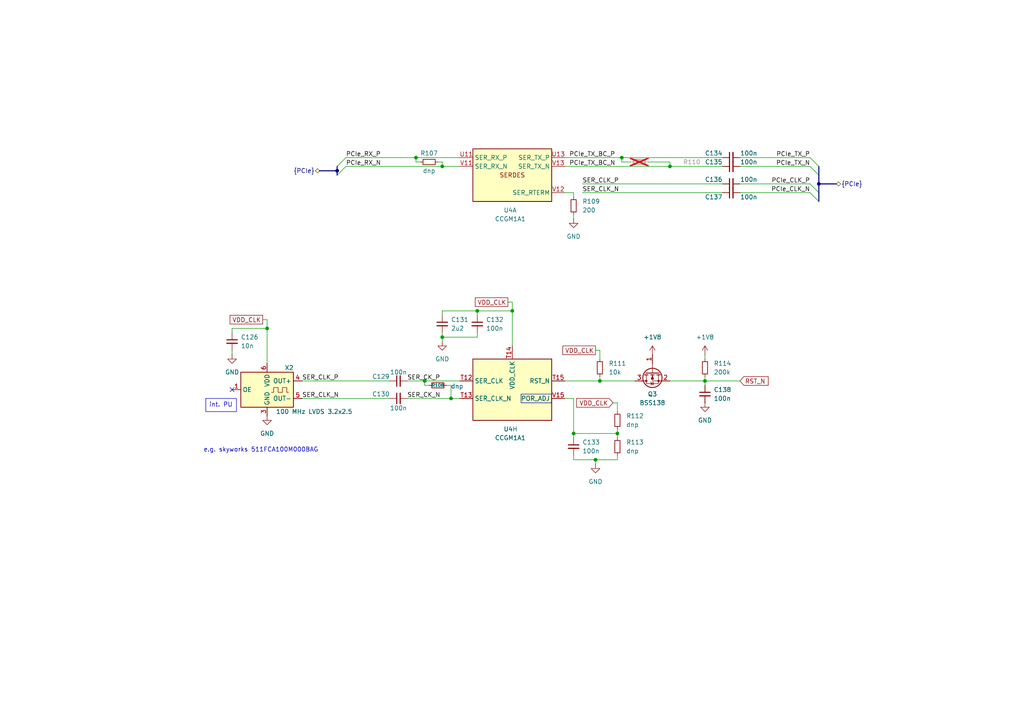
<source format=kicad_sch>
(kicad_sch (version 20250114) (generator "eeschema") (generator_version "9.0")
  (paper "A4")
  (title_block (title "${project_name}") (date "2025-06-24") (rev "${project_version}") (company "${project_creator}") (comment 1 "${project_license}"))
  (lib_symbols
    (symbol "CCGM1A1_1"
      (property "Reference" "U4" (at -2.54 -13.97 0))
      (property "Value" "CCGM1A1" (at -3.81 -16.51 0))
      (symbol "CCGM1A1_1_1_1"
        (text "SERDES" (at 0 0 0) (effects (font (size 1.27 1.27))))
        (pin input line (at -15.24 5.08 0) (length 3.81) (name "SER_RX_P") (number "U11"))
        (pin input line (at -15.24 2.54 0) (length 3.81) (name "SER_RX_N") (number "V11"))
        (pin output line (at 15.24 5.08 180) (length 3.81) (name "SER_TX_P") (number "U13"))
        (pin output line (at 15.24 2.54 180) (length 3.81) (name "SER_TX_N") (number "V13"))
        (pin passive line (at 15.24 -5.08 180) (length 3.81) (name "SER_RTERM") (number "V12"))
      )
      (symbol "CCGM1A1_1_2_1"
        (text "CONFIGURATION" (at -11.43 6.35 0) (effects (font (size 1.27 1.27))))
        (pin bidirectional line (at -27.94 17.78 0) (length 3.81) (name "CFG_MD0/IO_WA_A0") (number "R5"))
        (pin bidirectional line (at -27.94 15.24 0) (length 3.81) (name "CFG_MD1/IO_WA_B0") (number "T5"))
        (pin bidirectional line (at -27.94 12.7 0) (length 3.81) (name "CFG_MD2/IO_WA_A1") (number "U4"))
        (pin bidirectional line (at -27.94 10.16 0) (length 3.81) (name "CFG_MD3/IO_WA_B1") (number "V4"))
        (pin bidirectional line (at -27.94 2.54 0) (length 3.81) (name "JTAG_TCK/IO_WA_A5") (number "R3"))
        (pin bidirectional line (at -27.94 0 0) (length 3.81) (name "JTAG_TMS/IO_WA_B4") (number "T3"))
        (pin bidirectional line (at -27.94 -2.54 0) (length 3.81) (name "JTAG_TDI/IO_WA_A4") (number "T2"))
        (pin bidirectional line (at -27.94 -5.08 0) (length 3.81) (name "JTAG_TDO/IO_WA_B3") (number "U2"))
        (pin bidirectional line (at -27.94 -12.7 0) (length 3.81) (name "POR_EN/IO_WA_A3") (number "U1"))
        (pin power_in line (at 0 25.4 270) (length 3.81) (name "VDD_WA") (number "N5"))
        (pin passive line (at 0 25.4 270) (length 3.81) (hide yes) (name "VDD_WA") (number "P3"))
        (pin passive line (at 0 25.4 270) (length 3.81) (hide yes) (name "VDD_WA") (number "P5"))
        (pin passive line (at 0 25.4 270) (length 3.81) (hide yes) (name "VDD_WA") (number "T1"))
        (pin passive line (at 0 25.4 270) (length 3.81) (hide yes) (name "VDD_WA") (number "U3"))
        (pin bidirectional line (at 27.94 17.78 180) (length 3.81) (name "IO_WA_A2/~{CFG_FAILED}") (number "V2"))
        (pin bidirectional line (at 27.94 15.24 180) (length 3.81) (name "IO_WA_B2/CFG_DONE") (number "V3"))
        (pin bidirectional line (at 27.94 7.62 180) (length 3.81) (name "IO_WA_B7/SPI_D0") (number "P2"))
        (pin bidirectional line (at 27.94 5.08 180) (length 3.81) (name "IO_WA_A7/SPI_D1") (number "P1"))
        (pin bidirectional line (at 27.94 2.54 180) (length 3.81) (name "IO_WA_B6/SPI_D2") (number "R2"))
        (pin bidirectional line (at 27.94 0 180) (length 3.81) (name "IO_WA_A6/SPI_D3") (number "R1"))
        (pin bidirectional line (at 27.94 -7.62 180) (length 3.81) (name "IO_WA_A8/~{SPI_CS}") (number "N3"))
        (pin bidirectional line (at 27.94 -10.16 180) (length 3.81) (name "IO_WA_B8/SPI_CLK") (number "N4"))
        (pin bidirectional line (at 27.94 -15.24 180) (length 3.81) (name "IO_WA_B5/SPI_FWD") (number "R4"))
      )
      (symbol "CCGM1A1_1_3_1"
        (text "IO North" (at 0 2.54 0) (effects (font (size 1.27 1.27))))
        (pin bidirectional line (at -17.78 22.86 0) (length 3.81) (name "IO_NA_A0") (number "A3"))
        (pin bidirectional line (at -17.78 20.32 0) (length 3.81) (name "IO_NA_B0") (number "B3"))
        (pin bidirectional line (at -17.78 17.78 0) (length 3.81) (name "IO_NA_A1") (number "A4"))
        (pin bidirectional line (at -17.78 15.24 0) (length 3.81) (name "IO_NA_B1") (number "B4"))
        (pin bidirectional line (at -17.78 12.7 0) (length 3.81) (name "IO_NA_A2") (number "B5"))
        (pin bidirectional line (at -17.78 10.16 0) (length 3.81) (name "IO_NA_B2") (number "C5"))
        (pin bidirectional line (at -17.78 7.62 0) (length 3.81) (name "IO_NA_A3") (number "C6"))
        (pin bidirectional line (at -17.78 5.08 0) (length 3.81) (name "IO_NA_B3") (number "D6"))
        (pin bidirectional line (at -17.78 0 0) (length 3.81) (name "IO_NA_A4") (number "A6"))
        (pin bidirectional line (at -17.78 -2.54 0) (length 3.81) (name "IO_NA_B4") (number "B6"))
        (pin bidirectional line (at -17.78 -5.08 0) (length 3.81) (name "IO_NA_A5") (number "C7"))
        (pin bidirectional line (at -17.78 -7.62 0) (length 3.81) (name "IO_NA_B5") (number "D7"))
        (pin bidirectional line (at -17.78 -10.16 0) (length 3.81) (name "IO_NA_A6") (number "C8"))
        (pin bidirectional line (at -17.78 -12.7 0) (length 3.81) (name "IO_NA_B6") (number "D8"))
        (pin bidirectional line (at -17.78 -15.24 0) (length 3.81) (name "IO_NA_A7") (number "A8"))
        (pin bidirectional line (at -17.78 -17.78 0) (length 3.81) (name "IO_NA_B7") (number "B8"))
        (pin bidirectional line (at -17.78 -20.32 0) (length 3.81) (name "IO_NA_A8") (number "C9"))
        (pin bidirectional line (at -17.78 -22.86 0) (length 3.81) (name "IO_NA_B8") (number "D9"))
        (pin power_in line (at -2.54 30.48 270) (length 3.81) (name "VDD_NA") (number "A5"))
        (pin passive line (at -2.54 30.48 270) (length 3.81) (hide yes) (name "VDD_NA") (number "B7"))
        (pin passive line (at -2.54 30.48 270) (length 3.81) (hide yes) (name "VDD_NA") (number "E6"))
        (pin passive line (at -2.54 30.48 270) (length 3.81) (hide yes) (name "VDD_NA") (number "E8"))
        (pin passive line (at -2.54 30.48 270) (length 3.81) (hide yes) (name "VDD_NA") (number "F7"))
        (pin power_in line (at 2.54 30.48 270) (length 3.81) (name "VDD_NB") (number "B10"))
        (pin passive line (at 2.54 30.48 270) (length 3.81) (hide yes) (name "VDD_NB") (number "B13"))
        (pin passive line (at 2.54 30.48 270) (length 3.81) (hide yes) (name "VDD_NB") (number "E10"))
        (pin passive line (at 2.54 30.48 270) (length 3.81) (hide yes) (name "VDD_NB") (number "E12"))
        (pin passive line (at 2.54 30.48 270) (length 3.81) (hide yes) (name "VDD_NB") (number "F11"))
        (pin bidirectional line (at 17.78 22.86 180) (length 3.81) (name "IO_NB_A0") (number "B9"))
        (pin bidirectional line (at 17.78 20.32 180) (length 3.81) (name "IO_NB_B0") (number "A9"))
        (pin bidirectional line (at 17.78 17.78 180) (length 3.81) (name "IO_NB_A1") (number "D10"))
        (pin bidirectional line (at 17.78 15.24 180) (length 3.81) (name "IO_NB_B1") (number "C10"))
        (pin bidirectional line (at 17.78 12.7 180) (length 3.81) (name "IO_NB_A2") (number "B11"))
        (pin bidirectional line (at 17.78 10.16 180) (length 3.81) (name "IO_NB_B2") (number "A11"))
        (pin bidirectional line (at 17.78 7.62 180) (length 3.81) (name "IO_NB_A3") (number "D11"))
        (pin bidirectional line (at 17.78 5.08 180) (length 3.81) (name "IO_NB_B3") (number "C11"))
        (pin bidirectional line (at 17.78 0 180) (length 3.81) (name "IO_NB_A4") (number "B12"))
        (pin bidirectional line (at 17.78 -2.54 180) (length 3.81) (name "IO_NB_B4") (number "A12"))
        (pin bidirectional line (at 17.78 -5.08 180) (length 3.81) (name "IO_NB_A5") (number "D12"))
        (pin bidirectional line (at 17.78 -7.62 180) (length 3.81) (name "IO_NB_B5") (number "C12"))
        (pin bidirectional line (at 17.78 -10.16 180) (length 3.81) (name "IO_NB_A6") (number "D13"))
        (pin bidirectional line (at 17.78 -12.7 180) (length 3.81) (name "IO_NB_B6") (number "C13"))
        (pin bidirectional line (at 17.78 -15.24 180) (length 3.81) (name "IO_NB_A7") (number "B14"))
        (pin bidirectional line (at 17.78 -17.78 180) (length 3.81) (name "IO_NB_B7") (number "A14"))
        (pin bidirectional line (at 17.78 -20.32 180) (length 3.81) (name "IO_NB_A8") (number "D14"))
        (pin bidirectional line (at 17.78 -22.86 180) (length 3.81) (name "IO_NB_B8") (number "C14"))
      )
      (symbol "CCGM1A1_1_4_1"
        (text "IO East" (at 0 2.54 0) (effects (font (size 1.27 1.27))))
        (pin bidirectional line (at -17.78 22.86 0) (length 3.81) (name "IO_EA_A0") (number "M15"))
        (pin bidirectional line (at -17.78 20.32 0) (length 3.81) (name "IO_EA_B0") (number "M14"))
        (pin bidirectional line (at -17.78 17.78 0) (length 3.81) (name "IO_EA_A1") (number "L16"))
        (pin bidirectional line (at -17.78 15.24 0) (length 3.81) (name "IO_EA_B1") (number "L15"))
        (pin bidirectional line (at -17.78 12.7 0) (length 3.81) (name "IO_EA_A2") (number "K18"))
        (pin bidirectional line (at -17.78 10.16 0) (length 3.81) (name "IO_EA_B2") (number "K17"))
        (pin bidirectional line (at -17.78 7.62 0) (length 3.81) (name "IO_EA_A3") (number "K16"))
        (pin bidirectional line (at -17.78 5.08 0) (length 3.81) (name "IO_EA_B3") (number "K15"))
        (pin bidirectional line (at -17.78 0 0) (length 3.81) (name "IO_EA_A4") (number "J18"))
        (pin bidirectional line (at -17.78 -2.54 0) (length 3.81) (name "IO_EA_B4") (number "J17"))
        (pin bidirectional line (at -17.78 -5.08 0) (length 3.81) (name "IO_EA_A5") (number "J16"))
        (pin bidirectional line (at -17.78 -7.62 0) (length 3.81) (name "IO_EA_B5") (number "J15"))
        (pin bidirectional line (at -17.78 -10.16 0) (length 3.81) (name "IO_EA_A6") (number "H16"))
        (pin bidirectional line (at -17.78 -12.7 0) (length 3.81) (name "IO_EA_B6") (number "H15"))
        (pin bidirectional line (at -17.78 -15.24 0) (length 3.81) (name "IO_EA_A7") (number "G18"))
        (pin bidirectional line (at -17.78 -17.78 0) (length 3.81) (name "IO_EA_B7") (number "G17"))
        (pin bidirectional line (at -17.78 -20.32 0) (length 3.81) (name "IO_EA_A8") (number "G16"))
        (pin bidirectional line (at -17.78 -22.86 0) (length 3.81) (name "IO_EA_B8") (number "G15"))
        (pin power_in line (at -2.54 30.48 270) (length 3.81) (name "VDD_EA") (number "G14"))
        (pin passive line (at -2.54 30.48 270) (length 3.81) (hide yes) (name "VDD_EA") (number "H17"))
        (pin passive line (at -2.54 30.48 270) (length 3.81) (hide yes) (name "VDD_EA") (number "J14"))
        (pin passive line (at -2.54 30.48 270) (length 3.81) (hide yes) (name "VDD_EA") (number "L14"))
        (pin passive line (at -2.54 30.48 270) (length 3.81) (hide yes) (name "VDD_EA") (number "L17"))
        (pin power_in line (at 2.54 30.48 270) (length 3.81) (name "VDD_EB") (number "A16"))
        (pin passive line (at 2.54 30.48 270) (length 3.81) (hide yes) (name "VDD_EB") (number "B18"))
        (pin passive line (at 2.54 30.48 270) (length 3.81) (hide yes) (name "VDD_EB") (number "E14"))
        (pin passive line (at 2.54 30.48 270) (length 3.81) (hide yes) (name "VDD_EB") (number "E17"))
        (pin passive line (at 2.54 30.48 270) (length 3.81) (hide yes) (name "VDD_EB") (number "F13"))
        (pin bidirectional line (at 17.78 22.86 180) (length 3.81) (name "IO_EB_A0") (number "F18"))
        (pin bidirectional line (at 17.78 20.32 180) (length 3.81) (name "IO_EB_B0") (number "F17"))
        (pin bidirectional line (at 17.78 17.78 180) (length 3.81) (name "IO_EB_A1") (number "F16"))
        (pin bidirectional line (at 17.78 15.24 180) (length 3.81) (name "IO_EB_B1") (number "F15"))
        (pin bidirectional line (at 17.78 12.7 180) (length 3.81) (name "IO_EB_A2") (number "D18"))
        (pin bidirectional line (at 17.78 10.16 180) (length 3.81) (name "IO_EB_B2") (number "D17"))
        (pin bidirectional line (at 17.78 7.62 180) (length 3.81) (name "IO_EB_A3") (number "E16"))
        (pin bidirectional line (at 17.78 5.08 180) (length 3.81) (name "IO_EB_B3") (number "E15"))
        (pin bidirectional line (at 17.78 0 180) (length 3.81) (name "IO_EB_A4") (number "C18"))
        (pin bidirectional line (at 17.78 -2.54 180) (length 3.81) (name "IO_EB_B4") (number "C17"))
        (pin bidirectional line (at 17.78 -5.08 180) (length 3.81) (name "IO_EB_A5") (number "B17"))
        (pin bidirectional line (at 17.78 -7.62 180) (length 3.81) (name "IO_EB_B5") (number "A17"))
        (pin bidirectional line (at 17.78 -10.16 180) (length 3.81) (name "IO_EB_A6") (number "D16"))
        (pin bidirectional line (at 17.78 -12.7 180) (length 3.81) (name "IO_EB_B6") (number "C16"))
        (pin bidirectional line (at 17.78 -15.24 180) (length 3.81) (name "IO_EB_A7") (number "D15"))
        (pin bidirectional line (at 17.78 -17.78 180) (length 3.81) (name "IO_EB_B7") (number "C15"))
        (pin bidirectional line (at 17.78 -20.32 180) (length 3.81) (name "IO_EB_A8") (number "B15"))
        (pin bidirectional line (at 17.78 -22.86 180) (length 3.81) (name "IO_EB_B8") (number "A15"))
      )
      (symbol "CCGM1A1_1_5_1"
        (text "IO South" (at 0 2.54 0) (effects (font (size 1.27 1.27))))
        (pin bidirectional line (at -17.78 22.86 0) (length 3.81) (name "IO_SA_A0") (number "U5"))
        (pin bidirectional line (at -17.78 20.32 0) (length 3.81) (name "IO_SA_B0") (number "V5"))
        (pin bidirectional line (at -17.78 17.78 0) (length 3.81) (name "IO_SA_A1") (number "R6"))
        (pin bidirectional line (at -17.78 15.24 0) (length 3.81) (name "IO_SA_B1") (number "T6"))
        (pin bidirectional line (at -17.78 12.7 0) (length 3.81) (name "IO_SA_A2") (number "R7"))
        (pin bidirectional line (at -17.78 10.16 0) (length 3.81) (name "IO_SA_B2") (number "T7"))
        (pin bidirectional line (at -17.78 7.62 0) (length 3.81) (name "IO_SA_A3") (number "U7"))
        (pin bidirectional line (at -17.78 5.08 0) (length 3.81) (name "IO_SA_B3") (number "V7"))
        (pin bidirectional line (at -17.78 0 0) (length 3.81) (name "IO_SA_A4") (number "R8"))
        (pin bidirectional line (at -17.78 -2.54 0) (length 3.81) (name "IO_SA_B4") (number "T8"))
        (pin bidirectional line (at -17.78 -5.08 0) (length 3.81) (name "IO_SA_A5") (number "U8"))
        (pin bidirectional line (at -17.78 -7.62 0) (length 3.81) (name "IO_SA_B5") (number "V8"))
        (pin bidirectional line (at -17.78 -10.16 0) (length 3.81) (name "IO_SA_A6") (number "R9"))
        (pin bidirectional line (at -17.78 -12.7 0) (length 3.81) (name "IO_SA_B6") (number "T9"))
        (pin bidirectional line (at -17.78 -15.24 0) (length 3.81) (name "IO_SA_A7") (number "R10"))
        (pin bidirectional line (at -17.78 -17.78 0) (length 3.81) (name "IO_SA_B7") (number "T10"))
        (pin bidirectional line (at -17.78 -20.32 0) (length 3.81) (name "IO_SA_A8") (number "U10"))
        (pin bidirectional line (at -17.78 -22.86 0) (length 3.81) (name "IO_SA_B8") (number "V10"))
        (pin passive line (at -2.54 30.48 270) (length 3.81) (hide yes) (name "VDD_SA") (number "P10"))
        (pin power_in line (at -2.54 30.48 270) (length 3.81) (name "VDD_SA") (number "P6"))
        (pin passive line (at -2.54 30.48 270) (length 3.81) (hide yes) (name "VDD_SA") (number "P8"))
        (pin passive line (at -2.54 30.48 270) (length 3.81) (hide yes) (name "VDD_SA") (number "U6"))
        (pin passive line (at -2.54 30.48 270) (length 3.81) (hide yes) (name "VDD_SA") (number "U9"))
        (pin power_in line (at 2.54 30.48 270) (length 3.81) (name "VDD_SB") (number "N11"))
        (pin passive line (at 2.54 30.48 270) (length 3.81) (hide yes) (name "VDD_SB") (number "N13"))
        (pin passive line (at 2.54 30.48 270) (length 3.81) (hide yes) (name "VDD_SB") (number "N18"))
        (pin passive line (at 2.54 30.48 270) (length 3.81) (hide yes) (name "VDD_SB") (number "R15"))
        (pin passive line (at 2.54 30.48 270) (length 3.81) (hide yes) (name "VDD_SB") (number "T18"))
        (pin bidirectional line (at 17.78 22.86 180) (length 3.81) (name "IO_SB_A0") (number "U17"))
        (pin bidirectional line (at 17.78 20.32 180) (length 3.81) (name "IO_SB_B0") (number "U18"))
        (pin bidirectional line (at 17.78 17.78 180) (length 3.81) (name "IO_SB_A1") (number "R17"))
        (pin bidirectional line (at 17.78 15.24 180) (length 3.81) (name "IO_SB_B1") (number "R18"))
        (pin bidirectional line (at 17.78 12.7 180) (length 3.81) (name "IO_SB_A2") (number "P17"))
        (pin bidirectional line (at 17.78 10.16 180) (length 3.81) (name "IO_SB_B2") (number "P18"))
        (pin bidirectional line (at 17.78 7.62 180) (length 3.81) (name "IO_SB_A3") (number "M17"))
        (pin bidirectional line (at 17.78 5.08 180) (length 3.81) (name "IO_SB_B3") (number "M18"))
        (pin bidirectional line (at 17.78 0 180) (length 3.81) (name "IO_SB_A4") (number "P11"))
        (pin bidirectional line (at 17.78 -2.54 180) (length 3.81) (name "IO_SB_B4") (number "R11"))
        (pin bidirectional line (at 17.78 -5.08 180) (length 3.81) (name "CLK3/IO_SB_A5") (number "R13"))
        (pin bidirectional line (at 17.78 -7.62 180) (length 3.81) (name "IO_SB_B5") (number "R14"))
        (pin bidirectional line (at 17.78 -10.16 180) (length 3.81) (name "CLK2/IO_SB_A6") (number "P14"))
        (pin bidirectional line (at 17.78 -12.7 180) (length 3.81) (name "IO_SB_B6") (number "P15"))
        (pin bidirectional line (at 17.78 -15.24 180) (length 3.81) (name "CLK1/IO_SB_A7") (number "P12"))
        (pin bidirectional line (at 17.78 -17.78 180) (length 3.81) (name "IO_SB_B7") (number "P13"))
        (pin bidirectional line (at 17.78 -20.32 180) (length 3.81) (name "CLK0/IO_SB_A8") (number "N14"))
        (pin bidirectional line (at 17.78 -22.86 180) (length 3.81) (name "IO_SB_B8") (number "N15"))
      )
      (symbol "CCGM1A1_1_6_1"
        (text "IO West" (at 0 2.54 0) (effects (font (size 1.27 1.27))))
        (pin bidirectional line (at -17.78 22.86 0) (length 3.81) (name "IO_WB_A0") (number "N1"))
        (pin bidirectional line (at -17.78 20.32 0) (length 3.81) (name "IO_WB_B0") (number "N2"))
        (pin bidirectional line (at -17.78 17.78 0) (length 3.81) (name "IO_WB_A1") (number "M3"))
        (pin bidirectional line (at -17.78 15.24 0) (length 3.81) (name "IO_WB_B1") (number "M4"))
        (pin bidirectional line (at -17.78 12.7 0) (length 3.81) (name "IO_WB_A2") (number "L3"))
        (pin bidirectional line (at -17.78 10.16 0) (length 3.81) (name "IO_WB_B2") (number "L4"))
        (pin bidirectional line (at -17.78 7.62 0) (length 3.81) (name "IO_WB_A3") (number "L1"))
        (pin bidirectional line (at -17.78 5.08 0) (length 3.81) (name "IO_WB_B3") (number "L2"))
        (pin bidirectional line (at -17.78 0 0) (length 3.81) (name "IO_WB_A4") (number "K3"))
        (pin bidirectional line (at -17.78 -2.54 0) (length 3.81) (name "IO_WB_B4") (number "K4"))
        (pin bidirectional line (at -17.78 -5.08 0) (length 3.81) (name "IO_WB_A5") (number "K1"))
        (pin bidirectional line (at -17.78 -7.62 0) (length 3.81) (name "IO_WB_B5") (number "K2"))
        (pin bidirectional line (at -17.78 -10.16 0) (length 3.81) (name "IO_WB_A6") (number "J3"))
        (pin bidirectional line (at -17.78 -12.7 0) (length 3.81) (name "IO_WB_B6") (number "J4"))
        (pin bidirectional line (at -17.78 -15.24 0) (length 3.81) (name "IO_WB_A7") (number "H1"))
        (pin bidirectional line (at -17.78 -17.78 0) (length 3.81) (name "IO_WB_B7") (number "H2"))
        (pin bidirectional line (at -17.78 -20.32 0) (length 3.81) (name "IO_WB_A8") (number "H3"))
        (pin bidirectional line (at -17.78 -22.86 0) (length 3.81) (name "IO_WB_B8") (number "H4"))
        (pin power_in line (at -2.54 30.48 270) (length 3.81) (name "VDD_WB") (number "H5"))
        (pin passive line (at -2.54 30.48 270) (length 3.81) (hide yes) (name "VDD_WB") (number "J2"))
        (pin passive line (at -2.54 30.48 270) (length 3.81) (hide yes) (name "VDD_WB") (number "K5"))
        (pin passive line (at -2.54 30.48 270) (length 3.81) (hide yes) (name "VDD_WB") (number "M2"))
        (pin passive line (at -2.54 30.48 270) (length 3.81) (hide yes) (name "VDD_WB") (number "M5"))
        (pin power_in line (at 2.54 30.48 270) (length 3.81) (name "VDD_WC") (number "A2"))
        (pin passive line (at 2.54 30.48 270) (length 3.81) (hide yes) (name "VDD_WC") (number "C2"))
        (pin passive line (at 2.54 30.48 270) (length 3.81) (hide yes) (name "VDD_WC") (number "D5"))
        (pin passive line (at 2.54 30.48 270) (length 3.81) (hide yes) (name "VDD_WC") (number "F2"))
        (pin passive line (at 2.54 30.48 270) (length 3.81) (hide yes) (name "VDD_WC") (number "F5"))
        (pin bidirectional line (at 17.78 22.86 180) (length 3.81) (name "IO_WC_A0") (number "G1"))
        (pin bidirectional line (at 17.78 20.32 180) (length 3.81) (name "IO_WC_B0") (number "G2"))
        (pin bidirectional line (at 17.78 17.78 180) (length 3.81) (name "IO_WC_A1") (number "G3"))
        (pin bidirectional line (at 17.78 15.24 180) (length 3.81) (name "IO_WC_B1") (number "G4"))
        (pin bidirectional line (at 17.78 12.7 180) (length 3.81) (name "IO_WC_A2") (number "F3"))
        (pin bidirectional line (at 17.78 10.16 180) (length 3.81) (name "IO_WC_B2") (number "F4"))
        (pin bidirectional line (at 17.78 7.62 180) (length 3.81) (name "IO_WC_A3") (number "E1"))
        (pin bidirectional line (at 17.78 5.08 180) (length 3.81) (name "IO_WC_B3") (number "E2"))
        (pin bidirectional line (at 17.78 0 180) (length 3.81) (name "IO_WC_A4") (number "E3"))
        (pin bidirectional line (at 17.78 -2.54 180) (length 3.81) (name "IO_WC_B4") (number "E4"))
        (pin bidirectional line (at 17.78 -5.08 180) (length 3.81) (name "IO_WC_A5") (number "D1"))
        (pin bidirectional line (at 17.78 -7.62 180) (length 3.81) (name "IO_WC_B5") (number "D2"))
        (pin bidirectional line (at 17.78 -10.16 180) (length 3.81) (name "IO_WC_A6") (number "D3"))
        (pin bidirectional line (at 17.78 -12.7 180) (length 3.81) (name "IO_WC_B6") (number "D4"))
        (pin bidirectional line (at 17.78 -15.24 180) (length 3.81) (name "IO_WC_A7") (number "C3"))
        (pin bidirectional line (at 17.78 -17.78 180) (length 3.81) (name "IO_WC_B7") (number "C4"))
        (pin bidirectional line (at 17.78 -20.32 180) (length 3.81) (name "IO_WC_A8") (number "B1"))
        (pin bidirectional line (at 17.78 -22.86 180) (length 3.81) (name "IO_WC_B8") (number "B2"))
      )
      (symbol "CCGM1A1_1_7_1"
        (text "Power" (at 2.54 8.89 0) (effects (font (size 1.27 1.27)) (justify right)))
        (pin power_in line (at -13.97 8.89 0) (length 3.81) (name "VDD") (number "F9"))
        (pin passive line (at -13.97 8.89 0) (length 3.81) (hide yes) (name "VDD") (number "G10"))
        (pin passive line (at -13.97 8.89 0) (length 3.81) (hide yes) (name "VDD") (number "G12"))
        (pin passive line (at -13.97 8.89 0) (length 3.81) (hide yes) (name "VDD") (number "G6"))
        (pin passive line (at -13.97 8.89 0) (length 3.81) (hide yes) (name "VDD") (number "G8"))
        (pin passive line (at -13.97 8.89 0) (length 3.81) (hide yes) (name "VDD") (number "H11"))
        (pin passive line (at -13.97 8.89 0) (length 3.81) (hide yes) (name "VDD") (number "H13"))
        (pin passive line (at -13.97 8.89 0) (length 3.81) (hide yes) (name "VDD") (number "H7"))
        (pin passive line (at -13.97 8.89 0) (length 3.81) (hide yes) (name "VDD") (number "H9"))
        (pin passive line (at -13.97 8.89 0) (length 3.81) (hide yes) (name "VDD") (number "J10"))
        (pin passive line (at -13.97 8.89 0) (length 3.81) (hide yes) (name "VDD") (number "J12"))
        (pin passive line (at -13.97 8.89 0) (length 3.81) (hide yes) (name "VDD") (number "J6"))
        (pin passive line (at -13.97 8.89 0) (length 3.81) (hide yes) (name "VDD") (number "J8"))
        (pin passive line (at -13.97 8.89 0) (length 3.81) (hide yes) (name "VDD") (number "K11"))
        (pin passive line (at -13.97 8.89 0) (length 3.81) (hide yes) (name "VDD") (number "K13"))
        (pin passive line (at -13.97 8.89 0) (length 3.81) (hide yes) (name "VDD") (number "K7"))
        (pin passive line (at -13.97 8.89 0) (length 3.81) (hide yes) (name "VDD") (number "K9"))
        (pin passive line (at -13.97 8.89 0) (length 3.81) (hide yes) (name "VDD") (number "L10"))
        (pin passive line (at -13.97 8.89 0) (length 3.81) (hide yes) (name "VDD") (number "L12"))
        (pin passive line (at -13.97 8.89 0) (length 3.81) (hide yes) (name "VDD") (number "L6"))
        (pin passive line (at -13.97 8.89 0) (length 3.81) (hide yes) (name "VDD") (number "L8"))
        (pin passive line (at -13.97 8.89 0) (length 3.81) (hide yes) (name "VDD") (number "M11"))
        (pin passive line (at -13.97 8.89 0) (length 3.81) (hide yes) (name "VDD") (number "M13"))
        (pin passive line (at -13.97 8.89 0) (length 3.81) (hide yes) (name "VDD") (number "M7"))
        (pin passive line (at -13.97 8.89 0) (length 3.81) (hide yes) (name "VDD") (number "M9"))
        (pin passive line (at -13.97 8.89 0) (length 3.81) (hide yes) (name "VDD") (number "N10"))
        (pin passive line (at -13.97 8.89 0) (length 3.81) (hide yes) (name "VDD") (number "N6"))
        (pin passive line (at -13.97 8.89 0) (length 3.81) (hide yes) (name "VDD") (number "N8"))
        (pin power_in line (at -13.97 3.81 0) (length 3.81) (name "VDD_SER_PLL") (number "T16"))
        (pin passive line (at -13.97 -1.27 0) (length 3.81) (name "VDD_SER") (number "V17"))
        (pin power_in line (at -13.97 -3.81 0) (length 3.81) (name "VDD_SER") (number "U12"))
        (pin power_in line (at -13.97 -8.89 0) (length 3.81) (name "VDD_PLL") (number "P16"))
        (pin power_in line (at 13.97 8.89 180) (length 3.81) (name "GND") (number "A1"))
        (pin passive line (at 13.97 8.89 180) (length 3.81) (hide yes) (name "GND") (number "A10"))
        (pin passive line (at 13.97 8.89 180) (length 3.81) (hide yes) (name "GND") (number "A13"))
        (pin passive line (at 13.97 8.89 180) (length 3.81) (hide yes) (name "GND") (number "A18"))
        (pin passive line (at 13.97 8.89 180) (length 3.81) (hide yes) (name "GND") (number "A7"))
        (pin passive line (at 13.97 8.89 180) (length 3.81) (hide yes) (name "GND") (number "B16"))
        (pin passive line (at 13.97 8.89 180) (length 3.81) (hide yes) (name "GND") (number "C1"))
        (pin passive line (at 13.97 8.89 180) (length 3.81) (hide yes) (name "GND") (number "E11"))
        (pin passive line (at 13.97 8.89 180) (length 3.81) (hide yes) (name "GND") (number "E13"))
        (pin passive line (at 13.97 8.89 180) (length 3.81) (hide yes) (name "GND") (number "E18"))
        (pin passive line (at 13.97 8.89 180) (length 3.81) (hide yes) (name "GND") (number "E5"))
        (pin passive line (at 13.97 8.89 180) (length 3.81) (hide yes) (name "GND") (number "E7"))
        (pin passive line (at 13.97 8.89 180) (length 3.81) (hide yes) (name "GND") (number "E9"))
        (pin passive line (at 13.97 8.89 180) (length 3.81) (hide yes) (name "GND") (number "F1"))
        (pin passive line (at 13.97 8.89 180) (length 3.81) (hide yes) (name "GND") (number "F10"))
        (pin passive line (at 13.97 8.89 180) (length 3.81) (hide yes) (name "GND") (number "F12"))
        (pin passive line (at 13.97 8.89 180) (length 3.81) (hide yes) (name "GND") (number "F14"))
        (pin passive line (at 13.97 8.89 180) (length 3.81) (hide yes) (name "GND") (number "F6"))
        (pin passive line (at 13.97 8.89 180) (length 3.81) (hide yes) (name "GND") (number "F8"))
        (pin passive line (at 13.97 8.89 180) (length 3.81) (hide yes) (name "GND") (number "G11"))
        (pin passive line (at 13.97 8.89 180) (length 3.81) (hide yes) (name "GND") (number "G13"))
        (pin passive line (at 13.97 8.89 180) (length 3.81) (hide yes) (name "GND") (number "G5"))
        (pin passive line (at 13.97 8.89 180) (length 3.81) (hide yes) (name "GND") (number "G7"))
        (pin passive line (at 13.97 8.89 180) (length 3.81) (hide yes) (name "GND") (number "G9"))
        (pin passive line (at 13.97 8.89 180) (length 3.81) (hide yes) (name "GND") (number "H10"))
        (pin passive line (at 13.97 8.89 180) (length 3.81) (hide yes) (name "GND") (number "H12"))
        (pin passive line (at 13.97 8.89 180) (length 3.81) (hide yes) (name "GND") (number "H14"))
        (pin passive line (at 13.97 8.89 180) (length 3.81) (hide yes) (name "GND") (number "H18"))
        (pin passive line (at 13.97 8.89 180) (length 3.81) (hide yes) (name "GND") (number "H6"))
        (pin passive line (at 13.97 8.89 180) (length 3.81) (hide yes) (name "GND") (number "H8"))
        (pin passive line (at 13.97 8.89 180) (length 3.81) (hide yes) (name "GND") (number "J1"))
        (pin passive line (at 13.97 8.89 180) (length 3.81) (hide yes) (name "GND") (number "J11"))
        (pin passive line (at 13.97 8.89 180) (length 3.81) (hide yes) (name "GND") (number "J13"))
        (pin passive line (at 13.97 8.89 180) (length 3.81) (hide yes) (name "GND") (number "J5"))
        (pin passive line (at 13.97 8.89 180) (length 3.81) (hide yes) (name "GND") (number "J7"))
        (pin passive line (at 13.97 8.89 180) (length 3.81) (hide yes) (name "GND") (number "J9"))
        (pin passive line (at 13.97 8.89 180) (length 3.81) (hide yes) (name "GND") (number "K10"))
        (pin passive line (at 13.97 8.89 180) (length 3.81) (hide yes) (name "GND") (number "K12"))
        (pin passive line (at 13.97 8.89 180) (length 3.81) (hide yes) (name "GND") (number "K14"))
        (pin passive line (at 13.97 8.89 180) (length 3.81) (hide yes) (name "GND") (number "K6"))
        (pin passive line (at 13.97 8.89 180) (length 3.81) (hide yes) (name "GND") (number "K8"))
        (pin passive line (at 13.97 8.89 180) (length 3.81) (hide yes) (name "GND") (number "L11"))
        (pin passive line (at 13.97 8.89 180) (length 3.81) (hide yes) (name "GND") (number "L13"))
        (pin passive line (at 13.97 8.89 180) (length 3.81) (hide yes) (name "GND") (number "L18"))
        (pin passive line (at 13.97 8.89 180) (length 3.81) (hide yes) (name "GND") (number "L5"))
        (pin passive line (at 13.97 8.89 180) (length 3.81) (hide yes) (name "GND") (number "L7"))
        (pin passive line (at 13.97 8.89 180) (length 3.81) (hide yes) (name "GND") (number "L9"))
        (pin passive line (at 13.97 8.89 180) (length 3.81) (hide yes) (name "GND") (number "M1"))
        (pin passive line (at 13.97 8.89 180) (length 3.81) (hide yes) (name "GND") (number "M10"))
        (pin passive line (at 13.97 8.89 180) (length 3.81) (hide yes) (name "GND") (number "M12"))
        (pin passive line (at 13.97 8.89 180) (length 3.81) (hide yes) (name "GND") (number "M16"))
        (pin passive line (at 13.97 8.89 180) (length 3.81) (hide yes) (name "GND") (number "M6"))
        (pin passive line (at 13.97 8.89 180) (length 3.81) (hide yes) (name "GND") (number "M8"))
        (pin passive line (at 13.97 8.89 180) (length 3.81) (hide yes) (name "GND") (number "N12"))
        (pin passive line (at 13.97 8.89 180) (length 3.81) (hide yes) (name "GND") (number "N17"))
        (pin passive line (at 13.97 8.89 180) (length 3.81) (hide yes) (name "GND") (number "N7"))
        (pin passive line (at 13.97 8.89 180) (length 3.81) (hide yes) (name "GND") (number "N9"))
        (pin passive line (at 13.97 8.89 180) (length 3.81) (hide yes) (name "GND") (number "P4"))
        (pin passive line (at 13.97 8.89 180) (length 3.81) (hide yes) (name "GND") (number "P7"))
        (pin passive line (at 13.97 8.89 180) (length 3.81) (hide yes) (name "GND") (number "P9"))
        (pin passive line (at 13.97 8.89 180) (length 3.81) (hide yes) (name "GND") (number "R12"))
        (pin passive line (at 13.97 8.89 180) (length 3.81) (hide yes) (name "GND") (number "R16"))
        (pin passive line (at 13.97 8.89 180) (length 3.81) (hide yes) (name "GND") (number "T11"))
        (pin passive line (at 13.97 8.89 180) (length 3.81) (hide yes) (name "GND") (number "T17"))
        (pin passive line (at 13.97 8.89 180) (length 3.81) (hide yes) (name "GND") (number "T4"))
        (pin passive line (at 13.97 8.89 180) (length 3.81) (hide yes) (name "GND") (number "U15"))
        (pin passive line (at 13.97 8.89 180) (length 3.81) (hide yes) (name "GND") (number "V1"))
        (pin passive line (at 13.97 8.89 180) (length 3.81) (hide yes) (name "GND") (number "V18"))
        (pin passive line (at 13.97 8.89 180) (length 3.81) (hide yes) (name "GND") (number "V6"))
        (pin passive line (at 13.97 8.89 180) (length 3.81) (hide yes) (name "GND") (number "V9"))
        (pin passive line (at 13.97 3.81 180) (length 3.81) (name "GND") (number "U14"))
        (pin passive line (at 13.97 1.27 180) (length 3.81) (name "GND") (number "V14"))
        (pin passive line (at 13.97 -1.27 180) (length 3.81) (name "GND") (number "U16"))
        (pin passive line (at 13.97 -3.81 180) (length 3.81) (name "GND") (number "V16"))
        (pin power_in line (at 13.97 -8.89 180) (length 3.81) (name "NC") (number "N16"))
      )
      (symbol "CCGM1A1_1_8_1"
        (pin input line (at -15.24 2.54 0) (length 3.81) (name "SER_CLK") (number "T12"))
        (pin input line (at -15.24 -2.54 0) (length 3.81) (name "SER_CLK_N") (number "T13"))
        (pin power_in line (at 0 12.7 270) (length 3.81) (name "VDD_CLK") (number "T14"))
        (pin input line (at 15.24 2.54 180) (length 3.81) (name "RST_N") (number "T15"))
        (pin passive line (at 15.24 -2.54 180) (length 3.81) (name "POR_ADJ") (number "V15"))
      )
    )
    (symbol "Device:C_Small" (pin_numbers (hide yes)) (pin_names (offset 0.254) (hide yes))
      (property "Reference" "C" (at 0.254 1.778 0))
      (property "Value" "C_Small" (at 0.254 -2.032 0))
      (symbol "C_Small_1_1"
        (pin passive line (at 0 2.54 270) (length 2.032) (name "~") (number "1"))
        (pin passive line (at 0 -2.54 90) (length 2.032) (name "~") (number "2"))
      )
    )
    (symbol "Device:R_Small" (pin_numbers (hide yes)) (pin_names (offset 0.254) (hide yes))
      (property "Reference" "R" (at 0 0 90))
      (property "Value" "R_Small" (at 1.778 0 90))
      (symbol "R_Small_1_1"
        (pin passive line (at 0 2.54 270) (length 0.762) (name "~") (number "1"))
        (pin passive line (at 0 -2.54 90) (length 0.762) (name "~") (number "2"))
      )
    )
    (symbol "FPGA_CologneChip_GateMate:CCGM1A1"
      (property "Reference" "U4" (at -2.54 -13.97 0))
      (property "Value" "CCGM1A1" (at -3.81 -16.51 0))
      (symbol "CCGM1A1_1_1"
        (text "SERDES" (at 0 0 0) (effects (font (size 1.27 1.27))))
        (pin input line (at -15.24 5.08 0) (length 3.81) (name "SER_RX_P") (number "U11"))
        (pin input line (at -15.24 2.54 0) (length 3.81) (name "SER_RX_N") (number "V11"))
        (pin output line (at 15.24 5.08 180) (length 3.81) (name "SER_TX_P") (number "U13"))
        (pin output line (at 15.24 2.54 180) (length 3.81) (name "SER_TX_N") (number "V13"))
        (pin passive line (at 15.24 -5.08 180) (length 3.81) (name "SER_RTERM") (number "V12"))
      )
      (symbol "CCGM1A1_2_1"
        (text "CONFIGURATION" (at -11.43 6.35 0) (effects (font (size 1.27 1.27))))
        (pin bidirectional line (at -27.94 17.78 0) (length 3.81) (name "CFG_MD0/IO_WA_A0") (number "R5"))
        (pin bidirectional line (at -27.94 15.24 0) (length 3.81) (name "CFG_MD1/IO_WA_B0") (number "T5"))
        (pin bidirectional line (at -27.94 12.7 0) (length 3.81) (name "CFG_MD2/IO_WA_A1") (number "U4"))
        (pin bidirectional line (at -27.94 10.16 0) (length 3.81) (name "CFG_MD3/IO_WA_B1") (number "V4"))
        (pin bidirectional line (at -27.94 2.54 0) (length 3.81) (name "JTAG_TCK/IO_WA_A5") (number "R3"))
        (pin bidirectional line (at -27.94 0 0) (length 3.81) (name "JTAG_TMS/IO_WA_B4") (number "T3"))
        (pin bidirectional line (at -27.94 -2.54 0) (length 3.81) (name "JTAG_TDI/IO_WA_A4") (number "T2"))
        (pin bidirectional line (at -27.94 -5.08 0) (length 3.81) (name "JTAG_TDO/IO_WA_B3") (number "U2"))
        (pin bidirectional line (at -27.94 -12.7 0) (length 3.81) (name "POR_EN/IO_WA_A3") (number "U1"))
        (pin power_in line (at 0 25.4 270) (length 3.81) (name "VDD_WA") (number "N5"))
        (pin passive line (at 0 25.4 270) (length 3.81) (hide yes) (name "VDD_WA") (number "P3"))
        (pin passive line (at 0 25.4 270) (length 3.81) (hide yes) (name "VDD_WA") (number "P5"))
        (pin passive line (at 0 25.4 270) (length 3.81) (hide yes) (name "VDD_WA") (number "T1"))
        (pin passive line (at 0 25.4 270) (length 3.81) (hide yes) (name "VDD_WA") (number "U3"))
        (pin bidirectional line (at 27.94 17.78 180) (length 3.81) (name "IO_WA_A2/~{CFG_FAILED}") (number "V2"))
        (pin bidirectional line (at 27.94 15.24 180) (length 3.81) (name "IO_WA_B2/CFG_DONE") (number "V3"))
        (pin bidirectional line (at 27.94 7.62 180) (length 3.81) (name "IO_WA_B7/SPI_D0") (number "P2"))
        (pin bidirectional line (at 27.94 5.08 180) (length 3.81) (name "IO_WA_A7/SPI_D1") (number "P1"))
        (pin bidirectional line (at 27.94 2.54 180) (length 3.81) (name "IO_WA_B6/SPI_D2") (number "R2"))
        (pin bidirectional line (at 27.94 0 180) (length 3.81) (name "IO_WA_A6/SPI_D3") (number "R1"))
        (pin bidirectional line (at 27.94 -7.62 180) (length 3.81) (name "IO_WA_A8/~{SPI_CS}") (number "N3"))
        (pin bidirectional line (at 27.94 -10.16 180) (length 3.81) (name "IO_WA_B8/SPI_CLK") (number "N4"))
        (pin bidirectional line (at 27.94 -15.24 180) (length 3.81) (name "IO_WA_B5/SPI_FWD") (number "R4"))
      )
      (symbol "CCGM1A1_3_1"
        (text "IO North" (at 0 2.54 0) (effects (font (size 1.27 1.27))))
        (pin bidirectional line (at -17.78 22.86 0) (length 3.81) (name "IO_NA_A0") (number "A3"))
        (pin bidirectional line (at -17.78 20.32 0) (length 3.81) (name "IO_NA_B0") (number "B3"))
        (pin bidirectional line (at -17.78 17.78 0) (length 3.81) (name "IO_NA_A1") (number "A4"))
        (pin bidirectional line (at -17.78 15.24 0) (length 3.81) (name "IO_NA_B1") (number "B4"))
        (pin bidirectional line (at -17.78 12.7 0) (length 3.81) (name "IO_NA_A2") (number "B5"))
        (pin bidirectional line (at -17.78 10.16 0) (length 3.81) (name "IO_NA_B2") (number "C5"))
        (pin bidirectional line (at -17.78 7.62 0) (length 3.81) (name "IO_NA_A3") (number "C6"))
        (pin bidirectional line (at -17.78 5.08 0) (length 3.81) (name "IO_NA_B3") (number "D6"))
        (pin bidirectional line (at -17.78 0 0) (length 3.81) (name "IO_NA_A4") (number "A6"))
        (pin bidirectional line (at -17.78 -2.54 0) (length 3.81) (name "IO_NA_B4") (number "B6"))
        (pin bidirectional line (at -17.78 -5.08 0) (length 3.81) (name "IO_NA_A5") (number "C7"))
        (pin bidirectional line (at -17.78 -7.62 0) (length 3.81) (name "IO_NA_B5") (number "D7"))
        (pin bidirectional line (at -17.78 -10.16 0) (length 3.81) (name "IO_NA_A6") (number "C8"))
        (pin bidirectional line (at -17.78 -12.7 0) (length 3.81) (name "IO_NA_B6") (number "D8"))
        (pin bidirectional line (at -17.78 -15.24 0) (length 3.81) (name "IO_NA_A7") (number "A8"))
        (pin bidirectional line (at -17.78 -17.78 0) (length 3.81) (name "IO_NA_B7") (number "B8"))
        (pin bidirectional line (at -17.78 -20.32 0) (length 3.81) (name "IO_NA_A8") (number "C9"))
        (pin bidirectional line (at -17.78 -22.86 0) (length 3.81) (name "IO_NA_B8") (number "D9"))
        (pin power_in line (at -2.54 30.48 270) (length 3.81) (name "VDD_NA") (number "A5"))
        (pin passive line (at -2.54 30.48 270) (length 3.81) (hide yes) (name "VDD_NA") (number "B7"))
        (pin passive line (at -2.54 30.48 270) (length 3.81) (hide yes) (name "VDD_NA") (number "E6"))
        (pin passive line (at -2.54 30.48 270) (length 3.81) (hide yes) (name "VDD_NA") (number "E8"))
        (pin passive line (at -2.54 30.48 270) (length 3.81) (hide yes) (name "VDD_NA") (number "F7"))
        (pin power_in line (at 2.54 30.48 270) (length 3.81) (name "VDD_NB") (number "B10"))
        (pin passive line (at 2.54 30.48 270) (length 3.81) (hide yes) (name "VDD_NB") (number "B13"))
        (pin passive line (at 2.54 30.48 270) (length 3.81) (hide yes) (name "VDD_NB") (number "E10"))
        (pin passive line (at 2.54 30.48 270) (length 3.81) (hide yes) (name "VDD_NB") (number "E12"))
        (pin passive line (at 2.54 30.48 270) (length 3.81) (hide yes) (name "VDD_NB") (number "F11"))
        (pin bidirectional line (at 17.78 22.86 180) (length 3.81) (name "IO_NB_A0") (number "B9"))
        (pin bidirectional line (at 17.78 20.32 180) (length 3.81) (name "IO_NB_B0") (number "A9"))
        (pin bidirectional line (at 17.78 17.78 180) (length 3.81) (name "IO_NB_A1") (number "D10"))
        (pin bidirectional line (at 17.78 15.24 180) (length 3.81) (name "IO_NB_B1") (number "C10"))
        (pin bidirectional line (at 17.78 12.7 180) (length 3.81) (name "IO_NB_A2") (number "B11"))
        (pin bidirectional line (at 17.78 10.16 180) (length 3.81) (name "IO_NB_B2") (number "A11"))
        (pin bidirectional line (at 17.78 7.62 180) (length 3.81) (name "IO_NB_A3") (number "D11"))
        (pin bidirectional line (at 17.78 5.08 180) (length 3.81) (name "IO_NB_B3") (number "C11"))
        (pin bidirectional line (at 17.78 0 180) (length 3.81) (name "IO_NB_A4") (number "B12"))
        (pin bidirectional line (at 17.78 -2.54 180) (length 3.81) (name "IO_NB_B4") (number "A12"))
        (pin bidirectional line (at 17.78 -5.08 180) (length 3.81) (name "IO_NB_A5") (number "D12"))
        (pin bidirectional line (at 17.78 -7.62 180) (length 3.81) (name "IO_NB_B5") (number "C12"))
        (pin bidirectional line (at 17.78 -10.16 180) (length 3.81) (name "IO_NB_A6") (number "D13"))
        (pin bidirectional line (at 17.78 -12.7 180) (length 3.81) (name "IO_NB_B6") (number "C13"))
        (pin bidirectional line (at 17.78 -15.24 180) (length 3.81) (name "IO_NB_A7") (number "B14"))
        (pin bidirectional line (at 17.78 -17.78 180) (length 3.81) (name "IO_NB_B7") (number "A14"))
        (pin bidirectional line (at 17.78 -20.32 180) (length 3.81) (name "IO_NB_A8") (number "D14"))
        (pin bidirectional line (at 17.78 -22.86 180) (length 3.81) (name "IO_NB_B8") (number "C14"))
      )
      (symbol "CCGM1A1_4_1"
        (text "IO East" (at 0 2.54 0) (effects (font (size 1.27 1.27))))
        (pin bidirectional line (at -17.78 22.86 0) (length 3.81) (name "IO_EA_A0") (number "M15"))
        (pin bidirectional line (at -17.78 20.32 0) (length 3.81) (name "IO_EA_B0") (number "M14"))
        (pin bidirectional line (at -17.78 17.78 0) (length 3.81) (name "IO_EA_A1") (number "L16"))
        (pin bidirectional line (at -17.78 15.24 0) (length 3.81) (name "IO_EA_B1") (number "L15"))
        (pin bidirectional line (at -17.78 12.7 0) (length 3.81) (name "IO_EA_A2") (number "K18"))
        (pin bidirectional line (at -17.78 10.16 0) (length 3.81) (name "IO_EA_B2") (number "K17"))
        (pin bidirectional line (at -17.78 7.62 0) (length 3.81) (name "IO_EA_A3") (number "K16"))
        (pin bidirectional line (at -17.78 5.08 0) (length 3.81) (name "IO_EA_B3") (number "K15"))
        (pin bidirectional line (at -17.78 0 0) (length 3.81) (name "IO_EA_A4") (number "J18"))
        (pin bidirectional line (at -17.78 -2.54 0) (length 3.81) (name "IO_EA_B4") (number "J17"))
        (pin bidirectional line (at -17.78 -5.08 0) (length 3.81) (name "IO_EA_A5") (number "J16"))
        (pin bidirectional line (at -17.78 -7.62 0) (length 3.81) (name "IO_EA_B5") (number "J15"))
        (pin bidirectional line (at -17.78 -10.16 0) (length 3.81) (name "IO_EA_A6") (number "H16"))
        (pin bidirectional line (at -17.78 -12.7 0) (length 3.81) (name "IO_EA_B6") (number "H15"))
        (pin bidirectional line (at -17.78 -15.24 0) (length 3.81) (name "IO_EA_A7") (number "G18"))
        (pin bidirectional line (at -17.78 -17.78 0) (length 3.81) (name "IO_EA_B7") (number "G17"))
        (pin bidirectional line (at -17.78 -20.32 0) (length 3.81) (name "IO_EA_A8") (number "G16"))
        (pin bidirectional line (at -17.78 -22.86 0) (length 3.81) (name "IO_EA_B8") (number "G15"))
        (pin power_in line (at -2.54 30.48 270) (length 3.81) (name "VDD_EA") (number "G14"))
        (pin passive line (at -2.54 30.48 270) (length 3.81) (hide yes) (name "VDD_EA") (number "H17"))
        (pin passive line (at -2.54 30.48 270) (length 3.81) (hide yes) (name "VDD_EA") (number "J14"))
        (pin passive line (at -2.54 30.48 270) (length 3.81) (hide yes) (name "VDD_EA") (number "L14"))
        (pin passive line (at -2.54 30.48 270) (length 3.81) (hide yes) (name "VDD_EA") (number "L17"))
        (pin power_in line (at 2.54 30.48 270) (length 3.81) (name "VDD_EB") (number "A16"))
        (pin passive line (at 2.54 30.48 270) (length 3.81) (hide yes) (name "VDD_EB") (number "B18"))
        (pin passive line (at 2.54 30.48 270) (length 3.81) (hide yes) (name "VDD_EB") (number "E14"))
        (pin passive line (at 2.54 30.48 270) (length 3.81) (hide yes) (name "VDD_EB") (number "E17"))
        (pin passive line (at 2.54 30.48 270) (length 3.81) (hide yes) (name "VDD_EB") (number "F13"))
        (pin bidirectional line (at 17.78 22.86 180) (length 3.81) (name "IO_EB_A0") (number "F18"))
        (pin bidirectional line (at 17.78 20.32 180) (length 3.81) (name "IO_EB_B0") (number "F17"))
        (pin bidirectional line (at 17.78 17.78 180) (length 3.81) (name "IO_EB_A1") (number "F16"))
        (pin bidirectional line (at 17.78 15.24 180) (length 3.81) (name "IO_EB_B1") (number "F15"))
        (pin bidirectional line (at 17.78 12.7 180) (length 3.81) (name "IO_EB_A2") (number "D18"))
        (pin bidirectional line (at 17.78 10.16 180) (length 3.81) (name "IO_EB_B2") (number "D17"))
        (pin bidirectional line (at 17.78 7.62 180) (length 3.81) (name "IO_EB_A3") (number "E16"))
        (pin bidirectional line (at 17.78 5.08 180) (length 3.81) (name "IO_EB_B3") (number "E15"))
        (pin bidirectional line (at 17.78 0 180) (length 3.81) (name "IO_EB_A4") (number "C18"))
        (pin bidirectional line (at 17.78 -2.54 180) (length 3.81) (name "IO_EB_B4") (number "C17"))
        (pin bidirectional line (at 17.78 -5.08 180) (length 3.81) (name "IO_EB_A5") (number "B17"))
        (pin bidirectional line (at 17.78 -7.62 180) (length 3.81) (name "IO_EB_B5") (number "A17"))
        (pin bidirectional line (at 17.78 -10.16 180) (length 3.81) (name "IO_EB_A6") (number "D16"))
        (pin bidirectional line (at 17.78 -12.7 180) (length 3.81) (name "IO_EB_B6") (number "C16"))
        (pin bidirectional line (at 17.78 -15.24 180) (length 3.81) (name "IO_EB_A7") (number "D15"))
        (pin bidirectional line (at 17.78 -17.78 180) (length 3.81) (name "IO_EB_B7") (number "C15"))
        (pin bidirectional line (at 17.78 -20.32 180) (length 3.81) (name "IO_EB_A8") (number "B15"))
        (pin bidirectional line (at 17.78 -22.86 180) (length 3.81) (name "IO_EB_B8") (number "A15"))
      )
      (symbol "CCGM1A1_5_1"
        (text "IO South" (at 0 2.54 0) (effects (font (size 1.27 1.27))))
        (pin bidirectional line (at -17.78 22.86 0) (length 3.81) (name "IO_SA_A0") (number "U5"))
        (pin bidirectional line (at -17.78 20.32 0) (length 3.81) (name "IO_SA_B0") (number "V5"))
        (pin bidirectional line (at -17.78 17.78 0) (length 3.81) (name "IO_SA_A1") (number "R6"))
        (pin bidirectional line (at -17.78 15.24 0) (length 3.81) (name "IO_SA_B1") (number "T6"))
        (pin bidirectional line (at -17.78 12.7 0) (length 3.81) (name "IO_SA_A2") (number "R7"))
        (pin bidirectional line (at -17.78 10.16 0) (length 3.81) (name "IO_SA_B2") (number "T7"))
        (pin bidirectional line (at -17.78 7.62 0) (length 3.81) (name "IO_SA_A3") (number "U7"))
        (pin bidirectional line (at -17.78 5.08 0) (length 3.81) (name "IO_SA_B3") (number "V7"))
        (pin bidirectional line (at -17.78 0 0) (length 3.81) (name "IO_SA_A4") (number "R8"))
        (pin bidirectional line (at -17.78 -2.54 0) (length 3.81) (name "IO_SA_B4") (number "T8"))
        (pin bidirectional line (at -17.78 -5.08 0) (length 3.81) (name "IO_SA_A5") (number "U8"))
        (pin bidirectional line (at -17.78 -7.62 0) (length 3.81) (name "IO_SA_B5") (number "V8"))
        (pin bidirectional line (at -17.78 -10.16 0) (length 3.81) (name "IO_SA_A6") (number "R9"))
        (pin bidirectional line (at -17.78 -12.7 0) (length 3.81) (name "IO_SA_B6") (number "T9"))
        (pin bidirectional line (at -17.78 -15.24 0) (length 3.81) (name "IO_SA_A7") (number "R10"))
        (pin bidirectional line (at -17.78 -17.78 0) (length 3.81) (name "IO_SA_B7") (number "T10"))
        (pin bidirectional line (at -17.78 -20.32 0) (length 3.81) (name "IO_SA_A8") (number "U10"))
        (pin bidirectional line (at -17.78 -22.86 0) (length 3.81) (name "IO_SA_B8") (number "V10"))
        (pin passive line (at -2.54 30.48 270) (length 3.81) (hide yes) (name "VDD_SA") (number "P10"))
        (pin power_in line (at -2.54 30.48 270) (length 3.81) (name "VDD_SA") (number "P6"))
        (pin passive line (at -2.54 30.48 270) (length 3.81) (hide yes) (name "VDD_SA") (number "P8"))
        (pin passive line (at -2.54 30.48 270) (length 3.81) (hide yes) (name "VDD_SA") (number "U6"))
        (pin passive line (at -2.54 30.48 270) (length 3.81) (hide yes) (name "VDD_SA") (number "U9"))
        (pin power_in line (at 2.54 30.48 270) (length 3.81) (name "VDD_SB") (number "N11"))
        (pin passive line (at 2.54 30.48 270) (length 3.81) (hide yes) (name "VDD_SB") (number "N13"))
        (pin passive line (at 2.54 30.48 270) (length 3.81) (hide yes) (name "VDD_SB") (number "N18"))
        (pin passive line (at 2.54 30.48 270) (length 3.81) (hide yes) (name "VDD_SB") (number "R15"))
        (pin passive line (at 2.54 30.48 270) (length 3.81) (hide yes) (name "VDD_SB") (number "T18"))
        (pin bidirectional line (at 17.78 22.86 180) (length 3.81) (name "IO_SB_A0") (number "U17"))
        (pin bidirectional line (at 17.78 20.32 180) (length 3.81) (name "IO_SB_B0") (number "U18"))
        (pin bidirectional line (at 17.78 17.78 180) (length 3.81) (name "IO_SB_A1") (number "R17"))
        (pin bidirectional line (at 17.78 15.24 180) (length 3.81) (name "IO_SB_B1") (number "R18"))
        (pin bidirectional line (at 17.78 12.7 180) (length 3.81) (name "IO_SB_A2") (number "P17"))
        (pin bidirectional line (at 17.78 10.16 180) (length 3.81) (name "IO_SB_B2") (number "P18"))
        (pin bidirectional line (at 17.78 7.62 180) (length 3.81) (name "IO_SB_A3") (number "M17"))
        (pin bidirectional line (at 17.78 5.08 180) (length 3.81) (name "IO_SB_B3") (number "M18"))
        (pin bidirectional line (at 17.78 0 180) (length 3.81) (name "IO_SB_A4") (number "P11"))
        (pin bidirectional line (at 17.78 -2.54 180) (length 3.81) (name "IO_SB_B4") (number "R11"))
        (pin bidirectional line (at 17.78 -5.08 180) (length 3.81) (name "CLK3/IO_SB_A5") (number "R13"))
        (pin bidirectional line (at 17.78 -7.62 180) (length 3.81) (name "IO_SB_B5") (number "R14"))
        (pin bidirectional line (at 17.78 -10.16 180) (length 3.81) (name "CLK2/IO_SB_A6") (number "P14"))
        (pin bidirectional line (at 17.78 -12.7 180) (length 3.81) (name "IO_SB_B6") (number "P15"))
        (pin bidirectional line (at 17.78 -15.24 180) (length 3.81) (name "CLK1/IO_SB_A7") (number "P12"))
        (pin bidirectional line (at 17.78 -17.78 180) (length 3.81) (name "IO_SB_B7") (number "P13"))
        (pin bidirectional line (at 17.78 -20.32 180) (length 3.81) (name "CLK0/IO_SB_A8") (number "N14"))
        (pin bidirectional line (at 17.78 -22.86 180) (length 3.81) (name "IO_SB_B8") (number "N15"))
      )
      (symbol "CCGM1A1_6_1"
        (text "IO West" (at 0 2.54 0) (effects (font (size 1.27 1.27))))
        (pin bidirectional line (at -17.78 22.86 0) (length 3.81) (name "IO_WB_A0") (number "N1"))
        (pin bidirectional line (at -17.78 20.32 0) (length 3.81) (name "IO_WB_B0") (number "N2"))
        (pin bidirectional line (at -17.78 17.78 0) (length 3.81) (name "IO_WB_A1") (number "M3"))
        (pin bidirectional line (at -17.78 15.24 0) (length 3.81) (name "IO_WB_B1") (number "M4"))
        (pin bidirectional line (at -17.78 12.7 0) (length 3.81) (name "IO_WB_A2") (number "L3"))
        (pin bidirectional line (at -17.78 10.16 0) (length 3.81) (name "IO_WB_B2") (number "L4"))
        (pin bidirectional line (at -17.78 7.62 0) (length 3.81) (name "IO_WB_A3") (number "L1"))
        (pin bidirectional line (at -17.78 5.08 0) (length 3.81) (name "IO_WB_B3") (number "L2"))
        (pin bidirectional line (at -17.78 0 0) (length 3.81) (name "IO_WB_A4") (number "K3"))
        (pin bidirectional line (at -17.78 -2.54 0) (length 3.81) (name "IO_WB_B4") (number "K4"))
        (pin bidirectional line (at -17.78 -5.08 0) (length 3.81) (name "IO_WB_A5") (number "K1"))
        (pin bidirectional line (at -17.78 -7.62 0) (length 3.81) (name "IO_WB_B5") (number "K2"))
        (pin bidirectional line (at -17.78 -10.16 0) (length 3.81) (name "IO_WB_A6") (number "J3"))
        (pin bidirectional line (at -17.78 -12.7 0) (length 3.81) (name "IO_WB_B6") (number "J4"))
        (pin bidirectional line (at -17.78 -15.24 0) (length 3.81) (name "IO_WB_A7") (number "H1"))
        (pin bidirectional line (at -17.78 -17.78 0) (length 3.81) (name "IO_WB_B7") (number "H2"))
        (pin bidirectional line (at -17.78 -20.32 0) (length 3.81) (name "IO_WB_A8") (number "H3"))
        (pin bidirectional line (at -17.78 -22.86 0) (length 3.81) (name "IO_WB_B8") (number "H4"))
        (pin power_in line (at -2.54 30.48 270) (length 3.81) (name "VDD_WB") (number "H5"))
        (pin passive line (at -2.54 30.48 270) (length 3.81) (hide yes) (name "VDD_WB") (number "J2"))
        (pin passive line (at -2.54 30.48 270) (length 3.81) (hide yes) (name "VDD_WB") (number "K5"))
        (pin passive line (at -2.54 30.48 270) (length 3.81) (hide yes) (name "VDD_WB") (number "M2"))
        (pin passive line (at -2.54 30.48 270) (length 3.81) (hide yes) (name "VDD_WB") (number "M5"))
        (pin power_in line (at 2.54 30.48 270) (length 3.81) (name "VDD_WC") (number "A2"))
        (pin passive line (at 2.54 30.48 270) (length 3.81) (hide yes) (name "VDD_WC") (number "C2"))
        (pin passive line (at 2.54 30.48 270) (length 3.81) (hide yes) (name "VDD_WC") (number "D5"))
        (pin passive line (at 2.54 30.48 270) (length 3.81) (hide yes) (name "VDD_WC") (number "F2"))
        (pin passive line (at 2.54 30.48 270) (length 3.81) (hide yes) (name "VDD_WC") (number "F5"))
        (pin bidirectional line (at 17.78 22.86 180) (length 3.81) (name "IO_WC_A0") (number "G1"))
        (pin bidirectional line (at 17.78 20.32 180) (length 3.81) (name "IO_WC_B0") (number "G2"))
        (pin bidirectional line (at 17.78 17.78 180) (length 3.81) (name "IO_WC_A1") (number "G3"))
        (pin bidirectional line (at 17.78 15.24 180) (length 3.81) (name "IO_WC_B1") (number "G4"))
        (pin bidirectional line (at 17.78 12.7 180) (length 3.81) (name "IO_WC_A2") (number "F3"))
        (pin bidirectional line (at 17.78 10.16 180) (length 3.81) (name "IO_WC_B2") (number "F4"))
        (pin bidirectional line (at 17.78 7.62 180) (length 3.81) (name "IO_WC_A3") (number "E1"))
        (pin bidirectional line (at 17.78 5.08 180) (length 3.81) (name "IO_WC_B3") (number "E2"))
        (pin bidirectional line (at 17.78 0 180) (length 3.81) (name "IO_WC_A4") (number "E3"))
        (pin bidirectional line (at 17.78 -2.54 180) (length 3.81) (name "IO_WC_B4") (number "E4"))
        (pin bidirectional line (at 17.78 -5.08 180) (length 3.81) (name "IO_WC_A5") (number "D1"))
        (pin bidirectional line (at 17.78 -7.62 180) (length 3.81) (name "IO_WC_B5") (number "D2"))
        (pin bidirectional line (at 17.78 -10.16 180) (length 3.81) (name "IO_WC_A6") (number "D3"))
        (pin bidirectional line (at 17.78 -12.7 180) (length 3.81) (name "IO_WC_B6") (number "D4"))
        (pin bidirectional line (at 17.78 -15.24 180) (length 3.81) (name "IO_WC_A7") (number "C3"))
        (pin bidirectional line (at 17.78 -17.78 180) (length 3.81) (name "IO_WC_B7") (number "C4"))
        (pin bidirectional line (at 17.78 -20.32 180) (length 3.81) (name "IO_WC_A8") (number "B1"))
        (pin bidirectional line (at 17.78 -22.86 180) (length 3.81) (name "IO_WC_B8") (number "B2"))
      )
      (symbol "CCGM1A1_7_1"
        (text "Power" (at 2.54 8.89 0) (effects (font (size 1.27 1.27)) (justify right)))
        (pin power_in line (at -13.97 8.89 0) (length 3.81) (name "VDD") (number "F9"))
        (pin passive line (at -13.97 8.89 0) (length 3.81) (hide yes) (name "VDD") (number "G10"))
        (pin passive line (at -13.97 8.89 0) (length 3.81) (hide yes) (name "VDD") (number "G12"))
        (pin passive line (at -13.97 8.89 0) (length 3.81) (hide yes) (name "VDD") (number "G6"))
        (pin passive line (at -13.97 8.89 0) (length 3.81) (hide yes) (name "VDD") (number "G8"))
        (pin passive line (at -13.97 8.89 0) (length 3.81) (hide yes) (name "VDD") (number "H11"))
        (pin passive line (at -13.97 8.89 0) (length 3.81) (hide yes) (name "VDD") (number "H13"))
        (pin passive line (at -13.97 8.89 0) (length 3.81) (hide yes) (name "VDD") (number "H7"))
        (pin passive line (at -13.97 8.89 0) (length 3.81) (hide yes) (name "VDD") (number "H9"))
        (pin passive line (at -13.97 8.89 0) (length 3.81) (hide yes) (name "VDD") (number "J10"))
        (pin passive line (at -13.97 8.89 0) (length 3.81) (hide yes) (name "VDD") (number "J12"))
        (pin passive line (at -13.97 8.89 0) (length 3.81) (hide yes) (name "VDD") (number "J6"))
        (pin passive line (at -13.97 8.89 0) (length 3.81) (hide yes) (name "VDD") (number "J8"))
        (pin passive line (at -13.97 8.89 0) (length 3.81) (hide yes) (name "VDD") (number "K11"))
        (pin passive line (at -13.97 8.89 0) (length 3.81) (hide yes) (name "VDD") (number "K13"))
        (pin passive line (at -13.97 8.89 0) (length 3.81) (hide yes) (name "VDD") (number "K7"))
        (pin passive line (at -13.97 8.89 0) (length 3.81) (hide yes) (name "VDD") (number "K9"))
        (pin passive line (at -13.97 8.89 0) (length 3.81) (hide yes) (name "VDD") (number "L10"))
        (pin passive line (at -13.97 8.89 0) (length 3.81) (hide yes) (name "VDD") (number "L12"))
        (pin passive line (at -13.97 8.89 0) (length 3.81) (hide yes) (name "VDD") (number "L6"))
        (pin passive line (at -13.97 8.89 0) (length 3.81) (hide yes) (name "VDD") (number "L8"))
        (pin passive line (at -13.97 8.89 0) (length 3.81) (hide yes) (name "VDD") (number "M11"))
        (pin passive line (at -13.97 8.89 0) (length 3.81) (hide yes) (name "VDD") (number "M13"))
        (pin passive line (at -13.97 8.89 0) (length 3.81) (hide yes) (name "VDD") (number "M7"))
        (pin passive line (at -13.97 8.89 0) (length 3.81) (hide yes) (name "VDD") (number "M9"))
        (pin passive line (at -13.97 8.89 0) (length 3.81) (hide yes) (name "VDD") (number "N10"))
        (pin passive line (at -13.97 8.89 0) (length 3.81) (hide yes) (name "VDD") (number "N6"))
        (pin passive line (at -13.97 8.89 0) (length 3.81) (hide yes) (name "VDD") (number "N8"))
        (pin power_in line (at -13.97 3.81 0) (length 3.81) (name "VDD_SER_PLL") (number "T16"))
        (pin passive line (at -13.97 -1.27 0) (length 3.81) (name "VDD_SER") (number "V17"))
        (pin power_in line (at -13.97 -3.81 0) (length 3.81) (name "VDD_SER") (number "U12"))
        (pin power_in line (at -13.97 -8.89 0) (length 3.81) (name "VDD_PLL") (number "P16"))
        (pin power_in line (at 13.97 8.89 180) (length 3.81) (name "GND") (number "A1"))
        (pin passive line (at 13.97 8.89 180) (length 3.81) (hide yes) (name "GND") (number "A10"))
        (pin passive line (at 13.97 8.89 180) (length 3.81) (hide yes) (name "GND") (number "A13"))
        (pin passive line (at 13.97 8.89 180) (length 3.81) (hide yes) (name "GND") (number "A18"))
        (pin passive line (at 13.97 8.89 180) (length 3.81) (hide yes) (name "GND") (number "A7"))
        (pin passive line (at 13.97 8.89 180) (length 3.81) (hide yes) (name "GND") (number "B16"))
        (pin passive line (at 13.97 8.89 180) (length 3.81) (hide yes) (name "GND") (number "C1"))
        (pin passive line (at 13.97 8.89 180) (length 3.81) (hide yes) (name "GND") (number "E11"))
        (pin passive line (at 13.97 8.89 180) (length 3.81) (hide yes) (name "GND") (number "E13"))
        (pin passive line (at 13.97 8.89 180) (length 3.81) (hide yes) (name "GND") (number "E18"))
        (pin passive line (at 13.97 8.89 180) (length 3.81) (hide yes) (name "GND") (number "E5"))
        (pin passive line (at 13.97 8.89 180) (length 3.81) (hide yes) (name "GND") (number "E7"))
        (pin passive line (at 13.97 8.89 180) (length 3.81) (hide yes) (name "GND") (number "E9"))
        (pin passive line (at 13.97 8.89 180) (length 3.81) (hide yes) (name "GND") (number "F1"))
        (pin passive line (at 13.97 8.89 180) (length 3.81) (hide yes) (name "GND") (number "F10"))
        (pin passive line (at 13.97 8.89 180) (length 3.81) (hide yes) (name "GND") (number "F12"))
        (pin passive line (at 13.97 8.89 180) (length 3.81) (hide yes) (name "GND") (number "F14"))
        (pin passive line (at 13.97 8.89 180) (length 3.81) (hide yes) (name "GND") (number "F6"))
        (pin passive line (at 13.97 8.89 180) (length 3.81) (hide yes) (name "GND") (number "F8"))
        (pin passive line (at 13.97 8.89 180) (length 3.81) (hide yes) (name "GND") (number "G11"))
        (pin passive line (at 13.97 8.89 180) (length 3.81) (hide yes) (name "GND") (number "G13"))
        (pin passive line (at 13.97 8.89 180) (length 3.81) (hide yes) (name "GND") (number "G5"))
        (pin passive line (at 13.97 8.89 180) (length 3.81) (hide yes) (name "GND") (number "G7"))
        (pin passive line (at 13.97 8.89 180) (length 3.81) (hide yes) (name "GND") (number "G9"))
        (pin passive line (at 13.97 8.89 180) (length 3.81) (hide yes) (name "GND") (number "H10"))
        (pin passive line (at 13.97 8.89 180) (length 3.81) (hide yes) (name "GND") (number "H12"))
        (pin passive line (at 13.97 8.89 180) (length 3.81) (hide yes) (name "GND") (number "H14"))
        (pin passive line (at 13.97 8.89 180) (length 3.81) (hide yes) (name "GND") (number "H18"))
        (pin passive line (at 13.97 8.89 180) (length 3.81) (hide yes) (name "GND") (number "H6"))
        (pin passive line (at 13.97 8.89 180) (length 3.81) (hide yes) (name "GND") (number "H8"))
        (pin passive line (at 13.97 8.89 180) (length 3.81) (hide yes) (name "GND") (number "J1"))
        (pin passive line (at 13.97 8.89 180) (length 3.81) (hide yes) (name "GND") (number "J11"))
        (pin passive line (at 13.97 8.89 180) (length 3.81) (hide yes) (name "GND") (number "J13"))
        (pin passive line (at 13.97 8.89 180) (length 3.81) (hide yes) (name "GND") (number "J5"))
        (pin passive line (at 13.97 8.89 180) (length 3.81) (hide yes) (name "GND") (number "J7"))
        (pin passive line (at 13.97 8.89 180) (length 3.81) (hide yes) (name "GND") (number "J9"))
        (pin passive line (at 13.97 8.89 180) (length 3.81) (hide yes) (name "GND") (number "K10"))
        (pin passive line (at 13.97 8.89 180) (length 3.81) (hide yes) (name "GND") (number "K12"))
        (pin passive line (at 13.97 8.89 180) (length 3.81) (hide yes) (name "GND") (number "K14"))
        (pin passive line (at 13.97 8.89 180) (length 3.81) (hide yes) (name "GND") (number "K6"))
        (pin passive line (at 13.97 8.89 180) (length 3.81) (hide yes) (name "GND") (number "K8"))
        (pin passive line (at 13.97 8.89 180) (length 3.81) (hide yes) (name "GND") (number "L11"))
        (pin passive line (at 13.97 8.89 180) (length 3.81) (hide yes) (name "GND") (number "L13"))
        (pin passive line (at 13.97 8.89 180) (length 3.81) (hide yes) (name "GND") (number "L18"))
        (pin passive line (at 13.97 8.89 180) (length 3.81) (hide yes) (name "GND") (number "L5"))
        (pin passive line (at 13.97 8.89 180) (length 3.81) (hide yes) (name "GND") (number "L7"))
        (pin passive line (at 13.97 8.89 180) (length 3.81) (hide yes) (name "GND") (number "L9"))
        (pin passive line (at 13.97 8.89 180) (length 3.81) (hide yes) (name "GND") (number "M1"))
        (pin passive line (at 13.97 8.89 180) (length 3.81) (hide yes) (name "GND") (number "M10"))
        (pin passive line (at 13.97 8.89 180) (length 3.81) (hide yes) (name "GND") (number "M12"))
        (pin passive line (at 13.97 8.89 180) (length 3.81) (hide yes) (name "GND") (number "M16"))
        (pin passive line (at 13.97 8.89 180) (length 3.81) (hide yes) (name "GND") (number "M6"))
        (pin passive line (at 13.97 8.89 180) (length 3.81) (hide yes) (name "GND") (number "M8"))
        (pin passive line (at 13.97 8.89 180) (length 3.81) (hide yes) (name "GND") (number "N12"))
        (pin passive line (at 13.97 8.89 180) (length 3.81) (hide yes) (name "GND") (number "N17"))
        (pin passive line (at 13.97 8.89 180) (length 3.81) (hide yes) (name "GND") (number "N7"))
        (pin passive line (at 13.97 8.89 180) (length 3.81) (hide yes) (name "GND") (number "N9"))
        (pin passive line (at 13.97 8.89 180) (length 3.81) (hide yes) (name "GND") (number "P4"))
        (pin passive line (at 13.97 8.89 180) (length 3.81) (hide yes) (name "GND") (number "P7"))
        (pin passive line (at 13.97 8.89 180) (length 3.81) (hide yes) (name "GND") (number "P9"))
        (pin passive line (at 13.97 8.89 180) (length 3.81) (hide yes) (name "GND") (number "R12"))
        (pin passive line (at 13.97 8.89 180) (length 3.81) (hide yes) (name "GND") (number "R16"))
        (pin passive line (at 13.97 8.89 180) (length 3.81) (hide yes) (name "GND") (number "T11"))
        (pin passive line (at 13.97 8.89 180) (length 3.81) (hide yes) (name "GND") (number "T17"))
        (pin passive line (at 13.97 8.89 180) (length 3.81) (hide yes) (name "GND") (number "T4"))
        (pin passive line (at 13.97 8.89 180) (length 3.81) (hide yes) (name "GND") (number "U15"))
        (pin passive line (at 13.97 8.89 180) (length 3.81) (hide yes) (name "GND") (number "V1"))
        (pin passive line (at 13.97 8.89 180) (length 3.81) (hide yes) (name "GND") (number "V18"))
        (pin passive line (at 13.97 8.89 180) (length 3.81) (hide yes) (name "GND") (number "V6"))
        (pin passive line (at 13.97 8.89 180) (length 3.81) (hide yes) (name "GND") (number "V9"))
        (pin passive line (at 13.97 3.81 180) (length 3.81) (name "GND") (number "U14"))
        (pin passive line (at 13.97 1.27 180) (length 3.81) (name "GND") (number "V14"))
        (pin passive line (at 13.97 -1.27 180) (length 3.81) (name "GND") (number "U16"))
        (pin passive line (at 13.97 -3.81 180) (length 3.81) (name "GND") (number "V16"))
        (pin power_in line (at 13.97 -8.89 180) (length 3.81) (name "NC") (number "N16"))
      )
      (symbol "CCGM1A1_8_1"
        (pin input line (at -15.24 2.54 0) (length 3.81) (name "SER_CLK") (number "T12"))
        (pin input line (at -15.24 -2.54 0) (length 3.81) (name "SER_CLK_N") (number "T13"))
        (pin power_in line (at 0 12.7 270) (length 3.81) (name "VDD_CLK") (number "T14"))
        (pin input line (at 15.24 2.54 180) (length 3.81) (name "RST_N") (number "T15"))
        (pin passive line (at 15.24 -2.54 180) (length 3.81) (name "POR_ADJ") (number "V15"))
      )
    )
    (symbol "Oscillator:SiT9365xx-xBx-xxE"
      (property "Reference" "Y" (at -6.35 6.35 0))
      (property "Value" "SiT9365xx-xBx-xxE" (at 8.89 -6.35 0))
      (symbol "SiT9365xx-xBx-xxE_1_1"
        (pin input line (at -10.16 0 0) (length 2.54) (name "OE") (number "1"))
        (pin no_connect line (at -7.62 2.54 0) (length 2.54) (hide yes) (name "NC") (number "2"))
        (pin power_in line (at 0 7.62 270) (length 2.54) (name "VDD") (number "6"))
        (pin power_in line (at 0 -7.62 90) (length 2.54) (name "GND") (number "3"))
        (pin output line (at 10.16 2.54 180) (length 2.54) (name "OUT+") (number "4"))
        (pin output line (at 10.16 -2.54 180) (length 2.54) (name "OUT-") (number "5"))
      )
    )
    (symbol "Transistor_FET:BSS138" (pin_names (hide yes))
      (property "Reference" "Q" (at 5.08 1.905 0))
      (property "Value" "BSS138" (at 5.08 0 0))
      (symbol "BSS138_1_1"
        (pin input line (at -5.08 0 0) (length 2.54) (name "G") (number "1"))
        (pin passive line (at 2.54 5.08 270) (length 2.54) (name "D") (number "3"))
        (pin passive line (at 2.54 -5.08 90) (length 2.54) (name "S") (number "2"))
      )
    )
    (symbol "power:+1V8" (power) (pin_numbers (hide yes)) (pin_names (offset 0) (hide yes))
      (property "Value" "+1V8" (at 0 3.556 0))
      (symbol "+1V8_1_1"
        (pin power_in line (at 0 0 90) (length 0) (name "~") (number "1"))
      )
    )
    (symbol "power:GND" (power) (pin_numbers (hide yes)) (pin_names (offset 0) (hide yes))
      (property "Value" "GND" (at 0 -3.81 0))
      (symbol "GND_1_1"
        (pin power_in line (at 0 0 270) (length 0) (name "~") (number "1"))
      )
    )
  )
  (rectangle (start 151.13 114.3) (end 160.02 116.84))
  (text "e.g. skyworks 511FCA100M000BAG" (at 75.692 130.556 0) (effects (font (size 1.27 1.27))))
  (text_box "int. PU" (at 59.69 115.57 0) (size 8.89 3.81) (margins 0.9525 0.9525 0.9525 0.9525) (effects (font (size 1.27 1.27)) (justify left top)))
  (junction (at 123.19 110.49))
  (junction (at 128.27 97.79))
  (junction (at 172.72 133.35))
  (junction (at 179.07 125.73))
  (junction (at 120.65 45.72))
  (junction (at 166.37 125.73))
  (junction (at 130.81 115.57))
  (junction (at 194.31 48.26))
  (junction (at 148.59 90.17))
  (junction (at 138.43 90.17))
  (junction (at 97.79 49.53))
  (junction (at 180.34 45.72))
  (junction (at 128.27 48.26))
  (junction (at 173.99 110.49))
  (junction (at 237.49 53.34))
  (junction (at 77.47 95.25))
  (junction (at 204.47 110.49))
  (no_connect (at 67.31 113.03))
  (bus_entry (at 234.95 48.26) (size 2.54 2.54))
  (bus_entry (at 234.95 55.88) (size 2.54 2.54))
  (bus_entry (at 100.33 48.26) (size -2.54 2.54))
  (bus_entry (at 100.33 45.72) (size -2.54 2.54))
  (bus_entry (at 234.95 53.34) (size 2.54 2.54))
  (bus_entry (at 234.95 45.72) (size 2.54 2.54))
  (wire (pts (xy 166.37 115.57) (xy 166.37 125.73)))
  (wire (pts (xy 148.59 90.17) (xy 148.59 100.33)))
  (wire (pts (xy 194.31 48.26) (xy 209.55 48.26)))
  (wire (pts (xy 214.63 48.26) (xy 234.95 48.26)))
  (wire (pts (xy 182.88 46.99) (xy 180.34 46.99)))
  (wire (pts (xy 138.43 96.52) (xy 138.43 97.79)))
  (wire (pts (xy 67.31 101.6) (xy 67.31 102.87)))
  (wire (pts (xy 166.37 55.88) (xy 166.37 57.15)))
  (wire (pts (xy 177.8 116.84) (xy 179.07 116.84)))
  (bus (pts (xy 97.79 48.26) (xy 97.79 49.53)))
  (wire (pts (xy 77.47 95.25) (xy 67.31 95.25)))
  (wire (pts (xy 180.34 45.72) (xy 209.55 45.72)))
  (wire (pts (xy 128.27 91.44) (xy 128.27 90.17)))
  (wire (pts (xy 118.11 115.57) (xy 130.81 115.57)))
  (wire (pts (xy 172.72 133.35) (xy 172.72 134.62)))
  (wire (pts (xy 76.2 92.71) (xy 77.47 92.71)))
  (wire (pts (xy 118.11 110.49) (xy 123.19 110.49)))
  (wire (pts (xy 166.37 125.73) (xy 179.07 125.73)))
  (bus (pts (xy 237.49 53.34) (xy 242.57 53.34)))
  (wire (pts (xy 138.43 90.17) (xy 138.43 91.44)))
  (wire (pts (xy 87.63 110.49) (xy 113.03 110.49)))
  (wire (pts (xy 179.07 132.08) (xy 179.07 133.35)))
  (wire (pts (xy 214.63 55.88) (xy 234.95 55.88)))
  (wire (pts (xy 77.47 95.25) (xy 77.47 105.41)))
  (wire (pts (xy 166.37 125.73) (xy 166.37 127)))
  (bus (pts (xy 97.79 49.53) (xy 97.79 50.8)))
  (bus (pts (xy 237.49 55.88) (xy 237.49 58.42)))
  (wire (pts (xy 168.91 55.88) (xy 209.55 55.88)))
  (wire (pts (xy 173.99 110.49) (xy 184.15 110.49)))
  (wire (pts (xy 128.27 90.17) (xy 138.43 90.17)))
  (wire (pts (xy 180.34 46.99) (xy 180.34 45.72)))
  (wire (pts (xy 120.65 45.72) (xy 120.65 46.99)))
  (wire (pts (xy 148.59 90.17) (xy 138.43 90.17)))
  (wire (pts (xy 187.96 46.99) (xy 194.31 46.99)))
  (bus (pts (xy 237.49 53.34) (xy 237.49 55.88)))
  (wire (pts (xy 179.07 127) (xy 179.07 125.73)))
  (wire (pts (xy 163.83 115.57) (xy 166.37 115.57)))
  (wire (pts (xy 67.31 95.25) (xy 67.31 96.52)))
  (wire (pts (xy 172.72 133.35) (xy 179.07 133.35)))
  (wire (pts (xy 166.37 133.35) (xy 172.72 133.35)))
  (wire (pts (xy 128.27 97.79) (xy 138.43 97.79)))
  (wire (pts (xy 163.83 48.26) (xy 194.31 48.26)))
  (wire (pts (xy 100.33 48.26) (xy 128.27 48.26)))
  (wire (pts (xy 148.59 87.63) (xy 148.59 90.17)))
  (wire (pts (xy 130.81 111.76) (xy 130.81 115.57)))
  (wire (pts (xy 194.31 46.99) (xy 194.31 48.26)))
  (wire (pts (xy 87.63 115.57) (xy 113.03 115.57)))
  (wire (pts (xy 179.07 116.84) (xy 179.07 119.38)))
  (wire (pts (xy 121.92 46.99) (xy 120.65 46.99)))
  (wire (pts (xy 123.19 110.49) (xy 123.19 111.76)))
  (bus (pts (xy 92.71 49.53) (xy 97.79 49.53)))
  (wire (pts (xy 204.47 110.49) (xy 204.47 111.76)))
  (wire (pts (xy 128.27 97.79) (xy 128.27 99.06)))
  (wire (pts (xy 163.83 110.49) (xy 173.99 110.49)))
  (wire (pts (xy 77.47 92.71) (xy 77.47 95.25)))
  (wire (pts (xy 168.91 53.34) (xy 209.55 53.34)))
  (wire (pts (xy 166.37 132.08) (xy 166.37 133.35)))
  (wire (pts (xy 179.07 124.46) (xy 179.07 125.73)))
  (wire (pts (xy 130.81 115.57) (xy 133.35 115.57)))
  (wire (pts (xy 214.63 45.72) (xy 234.95 45.72)))
  (wire (pts (xy 123.19 110.49) (xy 133.35 110.49)))
  (bus (pts (xy 237.49 50.8) (xy 237.49 53.34)))
  (wire (pts (xy 127 46.99) (xy 128.27 46.99)))
  (wire (pts (xy 163.83 55.88) (xy 166.37 55.88)))
  (wire (pts (xy 194.31 110.49) (xy 204.47 110.49)))
  (wire (pts (xy 173.99 109.22) (xy 173.99 110.49)))
  (wire (pts (xy 173.99 101.6) (xy 173.99 104.14)))
  (wire (pts (xy 100.33 45.72) (xy 120.65 45.72)))
  (bus (pts (xy 237.49 48.26) (xy 237.49 50.8)))
  (wire (pts (xy 128.27 46.99) (xy 128.27 48.26)))
  (wire (pts (xy 128.27 48.26) (xy 133.35 48.26)))
  (wire (pts (xy 124.46 111.76) (xy 123.19 111.76)))
  (wire (pts (xy 166.37 62.23) (xy 166.37 63.5)))
  (wire (pts (xy 204.47 102.87) (xy 204.47 104.14)))
  (wire (pts (xy 214.63 53.34) (xy 234.95 53.34)))
  (wire (pts (xy 163.83 45.72) (xy 180.34 45.72)))
  (wire (pts (xy 128.27 96.52) (xy 128.27 97.79)))
  (wire (pts (xy 129.54 111.76) (xy 130.81 111.76)))
  (wire (pts (xy 147.32 87.63) (xy 148.59 87.63)))
  (wire (pts (xy 204.47 109.22) (xy 204.47 110.49)))
  (wire (pts (xy 120.65 45.72) (xy 133.35 45.72)))
  (wire (pts (xy 204.47 110.49) (xy 214.63 110.49)))
  (wire (pts (xy 172.72 101.6) (xy 173.99 101.6)))
  (label "SER_CK_P" (at 118.11 110.49 0))
  (label "PCIe_CLK_N" (at 234.95 55.88 180))
  (label "SER_CLK_P" (at 168.91 53.34 0))
  (label "PCIe_TX_BC_P" (at 165.1 45.72 0))
  (label "SER_CK_N" (at 118.11 115.57 0))
  (label "SER_CLK_P" (at 87.63 110.49 0))
  (label "PCIe_TX_P" (at 234.95 45.72 180))
  (label "PCIe_RX_N" (at 100.33 48.26 0))
  (label "PCIe_TX_N" (at 234.95 48.26 180))
  (label "SER_CLK_N" (at 87.63 115.57 0))
  (label "PCIe_TX_BC_N" (at 165.1 48.26 0))
  (label "PCIe_CLK_P" (at 234.95 53.34 180))
  (label "SER_CLK_N" (at 168.91 55.88 0))
  (label "PCIe_RX_P" (at 100.33 45.72 0))
  (global_label "VDD_CLK" (shape passive) (at 76.2 92.71 180) (property "Intersheetrefs" "${INTERSHEET_REFS}" (effects (hide yes))))
  (global_label "RST_N" (shape input) (at 214.63 110.49 0) (property "Intersheetrefs" "${INTERSHEET_REFS}" (effects (hide yes))))
  (global_label "VDD_CLK" (shape passive) (at 147.32 87.63 180) (property "Intersheetrefs" "${INTERSHEET_REFS}" (effects (hide yes))))
  (global_label "VDD_CLK" (shape passive) (at 172.72 101.6 180) (property "Intersheetrefs" "${INTERSHEET_REFS}" (effects (hide yes))))
  (global_label "VDD_CLK" (shape input) (at 177.8 116.84 180) (property "Intersheetrefs" "${INTERSHEET_REFS}" (effects (hide yes))))
  (hierarchical_label "{PCIe}" (shape bidirectional) (at 92.71 49.53 180))
  (hierarchical_label "{PCIe}" (shape bidirectional) (at 242.57 53.34 0))
  (symbol (lib_id "Device:C_Small") (at 212.09 45.72 90) (unit 1)
    (property "Reference" "C134" (at 207.01 44.45 90))
    (property "Value" "100n" (at 217.17 44.45 90))
    (property "Footprint" "Capacitor_SMD:C_0402_1005Metric" (effects (hide yes)))
  )
  (symbol (lib_id "Device:C_Small") (at 67.31 99.06 0) (unit 1)
    (property "Reference" "C126" (at 69.85 97.7963 0) (effects (justify left)))
    (property "Value" "10n" (at 69.85 100.3363 0) (effects (justify left)))
    (property "Footprint" "Capacitor_SMD:C_0402_1005Metric" (effects (hide yes)))
  )
  (symbol (lib_id "Device:C_Small") (at 212.09 48.26 90) (unit 1)
    (property "Reference" "C135" (at 207.01 46.99 90))
    (property "Value" "100n" (at 217.17 46.99 90))
    (property "Footprint" "Capacitor_SMD:C_0402_1005Metric" (effects (hide yes)))
  )
  (symbol (lib_id "Transistor_FET:BSS138") (at 189.23 107.95 90) (mirror x) (unit 1)
    (property "Reference" "Q3" (at 189.23 114.3 90))
    (property "Value" "BSS138" (at 189.23 116.84 90))
    (property "Footprint" "Package_TO_SOT_SMD:SOT-23" (effects (hide yes)))
    (property "Datasheet" "https://www.onsemi.com/pub/Collateral/BSS138-D.PDF" (effects (hide yes)))
  )
  (symbol (lib_id "power:GND") (at 166.37 63.5 0) (unit 1)
    (property "Reference" "#PWR0129" (effects (hide yes)))
    (property "Value" "GND" (at 166.37 68.58 0))
    (property "Description" "Power symbol creates a global label with name \"GND\" , ground" (effects (hide yes)))
  )
  (symbol (lib_id "FPGA_CologneChip_GateMate:CCGM1A1") (at 148.59 113.03 0) (unit 8)
    (property "Reference" "U4" (at 146.05 124.46 0) (effects (justify left)))
    (property "Value" "CCGM1A1" (at 143.51 127 0) (effects (justify left)))
    (property "Footprint" "ulx5m-gs:BGA-324_15.0x15.0mm_Layout18x18_P0.8mm_Ball0.45mm_Pad0.4mm_NSMD" (effects (hide yes)))
    (property "Datasheet" "https://colognechip.com/docs/ds1001-gatemate1-datasheet-2022-05.pdf" (effects (hide yes)))
  )
  (symbol (lib_id "Device:C_Small") (at 115.57 110.49 90) (unit 1)
    (property "Reference" "C129" (at 110.49 109.22 90))
    (property "Value" "100n" (at 115.57 107.95 90))
    (property "Footprint" "Capacitor_SMD:C_0402_1005Metric" (effects (hide yes)))
  )
  (symbol (lib_id "Device:C_Small") (at 138.43 93.98 0) (unit 1)
    (property "Reference" "C132" (at 140.97 92.7163 0) (effects (justify left)))
    (property "Value" "100n" (at 140.97 95.2563 0) (effects (justify left)))
    (property "Footprint" "Capacitor_SMD:C_0402_1005Metric" (effects (hide yes)))
  )
  (symbol (lib_id "Device:C_Small") (at 212.09 53.34 90) (unit 1)
    (property "Reference" "C136" (at 207.01 52.07 90))
    (property "Value" "100n" (at 217.17 52.07 90))
    (property "Footprint" "Capacitor_SMD:C_0402_1005Metric" (effects (hide yes)))
  )
  (symbol (lib_id "power:GND") (at 67.31 102.87 0) (unit 1)
    (property "Reference" "#PWR0124" (effects (hide yes)))
    (property "Value" "GND" (at 67.31 107.95 0))
    (property "Description" "Power symbol creates a global label with name \"GND\" , ground" (effects (hide yes)))
  )
  (symbol (lib_id "Device:R_Small") (at 179.07 129.54 0) (unit 1)
    (property "Reference" "R113" (at 181.61 128.27 0) (effects (justify left)))
    (property "Value" "dnp" (at 181.61 130.81 0) (effects (justify left)))
    (property "Footprint" "Resistor_SMD:R_0402_1005Metric" (effects (hide yes)))
    (property "Description" "Resistor, small symbol" (effects (hide yes)))
  )
  (symbol (lib_name "CCGM1A1_1") (lib_id "FPGA_CologneChip_GateMate:CCGM1A1") (at 148.59 50.8 0) (unit 1)
    (property "Reference" "U4" (at 146.05 60.96 0) (effects (justify left)))
    (property "Value" "CCGM1A1" (at 143.51 63.5 0) (effects (justify left)))
    (property "Footprint" "ulx5m-gs:BGA-324_15.0x15.0mm_Layout18x18_P0.8mm_Ball0.45mm_Pad0.4mm_NSMD" (effects (hide yes)))
    (property "Datasheet" "https://colognechip.com/docs/ds1001-gatemate1-datasheet-2022-05.pdf" (effects (hide yes)))
  )
  (symbol (lib_id "Device:C_Small") (at 204.47 114.3 0) (unit 1)
    (property "Reference" "C138" (at 207.01 113.0363 0) (effects (justify left)))
    (property "Value" "100n" (at 207.01 115.5763 0) (effects (justify left)))
    (property "Footprint" "Capacitor_SMD:C_0402_1005Metric" (effects (hide yes)))
  )
  (symbol (lib_id "power:GND") (at 204.47 116.84 0) (unit 1)
    (property "Reference" "#PWR0133" (effects (hide yes)))
    (property "Value" "GND" (at 204.47 121.92 0))
    (property "Description" "Power symbol creates a global label with name \"GND\" , ground" (effects (hide yes)))
  )
  (symbol (lib_id "power:+1V8") (at 204.47 102.87 0) (unit 1)
    (property "Reference" "#PWR0132" (effects (hide yes)))
    (property "Value" "+1V8" (at 204.47 97.79 0))
    (property "Description" "Power symbol creates a global label with name \"+1V8\"" (effects (hide yes)))
  )
  (symbol (lib_id "Device:R_Small") (at 166.37 59.69 180) (unit 1)
    (property "Reference" "R109" (at 168.91 58.42 0) (effects (justify right)))
    (property "Value" "200" (at 168.91 60.96 0) (effects (justify right)))
    (property "Footprint" "Resistor_SMD:R_0402_1005Metric" (effects (hide yes)))
    (property "Description" "Resistor, small symbol" (effects (hide yes)))
  )
  (symbol (lib_id "Device:R_Small") (at 127 111.76 90) (unit 1)
    (property "Reference" "R108" (at 127 111.76 90) (effects (font (size 0.9 0.9))))
    (property "Value" "dnp" (at 132.588 112.014 90))
    (property "Footprint" "Resistor_SMD:R_0402_1005Metric" (effects (hide yes)))
    (property "Description" "Resistor, small symbol" (effects (hide yes)))
  )
  (symbol (lib_id "Device:R_Small") (at 204.47 106.68 0) (unit 1)
    (property "Reference" "R114" (at 207.01 105.41 0) (effects (justify left)))
    (property "Value" "200k" (at 207.01 107.95 0) (effects (justify left)))
    (property "Footprint" "Resistor_SMD:R_0402_1005Metric" (effects (hide yes)))
    (property "Description" "Resistor, small symbol" (effects (hide yes)))
  )
  (symbol (lib_id "Device:R_Small") (at 173.99 106.68 0) (unit 1)
    (property "Reference" "R111" (at 176.53 105.41 0) (effects (justify left)))
    (property "Value" "10k" (at 176.53 107.95 0) (effects (justify left)))
    (property "Footprint" "Resistor_SMD:R_0402_1005Metric" (effects (hide yes)))
    (property "Description" "Resistor, small symbol" (effects (hide yes)))
  )
  (symbol (lib_id "power:GND") (at 77.47 120.65 0) (unit 1)
    (property "Reference" "#PWR0125" (effects (hide yes)))
    (property "Value" "GND" (at 77.47 125.73 0))
    (property "Description" "Power symbol creates a global label with name \"GND\" , ground" (effects (hide yes)))
  )
  (symbol (lib_id "power:GND") (at 128.27 99.06 0) (unit 1)
    (property "Reference" "#PWR0128" (effects (hide yes)))
    (property "Value" "GND" (at 128.27 104.14 0))
    (property "Description" "Power symbol creates a global label with name \"GND\" , ground" (effects (hide yes)))
  )
  (symbol (lib_id "Device:R_Small") (at 179.07 121.92 0) (unit 1)
    (property "Reference" "R112" (at 181.61 120.65 0) (effects (justify left)))
    (property "Value" "dnp" (at 181.61 123.19 0) (effects (justify left)))
    (property "Footprint" "Resistor_SMD:R_0402_1005Metric" (effects (hide yes)))
    (property "Description" "Resistor, small symbol" (effects (hide yes)))
  )
  (symbol (lib_id "Device:C_Small") (at 128.27 93.98 0) (unit 1)
    (property "Reference" "C131" (at 130.81 92.7163 0) (effects (justify left)))
    (property "Value" "2u2" (at 130.81 95.2563 0) (effects (justify left)))
    (property "Footprint" "Capacitor_SMD:C_0402_1005Metric" (effects (hide yes)))
  )
  (symbol (lib_id "power:+1V8") (at 189.23 102.87 0) (unit 1)
    (property "Reference" "#PWR0131" (effects (hide yes)))
    (property "Value" "+1V8" (at 189.23 97.79 0))
    (property "Description" "Power symbol creates a global label with name \"+1V8\"" (effects (hide yes)))
  )
  (symbol (lib_id "Oscillator:SiT9365xx-xBx-xxE") (at 77.47 113.03 0) (unit 1)
    (property "Reference" "X2" (at 82.55 106.68 0) (effects (justify left)))
    (property "Value" "100 MHz LVDS 3.2x2.5" (at 80.01 119.38 0) (effects (justify left)))
    (property "Footprint" "Oscillator:Oscillator_SMD_SiTime_PQFD-6L_3.2x2.5mm" (effects (hide yes)))
    (property "Datasheet" "https://www.sitime.com/datasheet/SiT9365" (effects (hide yes)))
    (property "Description" "SiTime Standard Frequency Ultra-low Jitter Differential Oscillator, 25-325MHz, PQFD-6, 3.2x2.5mm (with enable pin)" (effects (hide yes)))
  )
  (symbol (lib_id "Device:R_Small") (at 185.42 46.99 90) (unit 1) (dnp yes)
    (property "Reference" "R110" (at 200.66 46.99 90))
    (property "Value" "dnp" (at 185.42 46.736 90))
    (property "Footprint" "Resistor_SMD:R_0402_1005Metric" (effects (hide yes)))
    (property "Description" "Resistor, small symbol" (effects (hide yes)))
  )
  (symbol (lib_id "Device:C_Small") (at 115.57 115.57 90) (unit 1)
    (property "Reference" "C130" (at 110.49 114.3 90))
    (property "Value" "100n" (at 115.57 118.364 90))
    (property "Footprint" "Capacitor_SMD:C_0402_1005Metric" (effects (hide yes)))
  )
  (symbol (lib_id "Device:R_Small") (at 124.46 46.99 90) (unit 1)
    (property "Reference" "R107" (at 124.46 44.45 90))
    (property "Value" "dnp" (at 124.46 49.53 90))
    (property "Footprint" "Resistor_SMD:R_0402_1005Metric" (effects (hide yes)))
    (property "Description" "Resistor, small symbol" (effects (hide yes)))
  )
  (symbol (lib_id "power:GND") (at 172.72 134.62 0) (unit 1)
    (property "Reference" "#PWR0130" (effects (hide yes)))
    (property "Value" "GND" (at 172.72 139.7 0))
    (property "Description" "Power symbol creates a global label with name \"GND\" , ground" (effects (hide yes)))
  )
  (symbol (lib_id "Device:C_Small") (at 166.37 129.54 0) (unit 1)
    (property "Reference" "C133" (at 168.91 128.2763 0) (effects (justify left)))
    (property "Value" "100n" (at 168.91 130.8163 0) (effects (justify left)))
    (property "Footprint" "Capacitor_SMD:C_0402_1005Metric" (effects (hide yes)))
  )
  (symbol (lib_id "Device:C_Small") (at 212.09 55.88 90) (unit 1)
    (property "Reference" "C137" (at 207.01 57.15 90))
    (property "Value" "100n" (at 217.17 57.15 90))
    (property "Footprint" "Capacitor_SMD:C_0402_1005Metric" (effects (hide yes)))
  )
)
</source>
